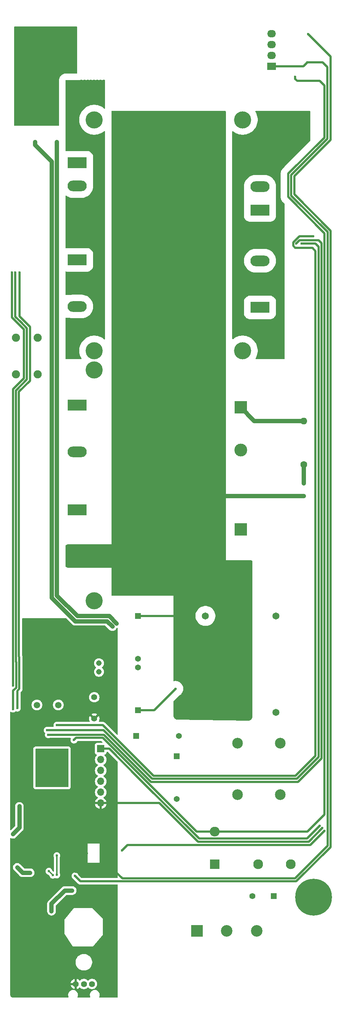
<source format=gbr>
%TF.GenerationSoftware,KiCad,Pcbnew,9.0.0*%
%TF.CreationDate,2025-03-25T20:50:40-04:00*%
%TF.ProjectId,RampedFetCoil,52616d70-6564-4466-9574-436f696c2e6b,rev?*%
%TF.SameCoordinates,Original*%
%TF.FileFunction,Copper,L2,Bot*%
%TF.FilePolarity,Positive*%
%FSLAX46Y46*%
G04 Gerber Fmt 4.6, Leading zero omitted, Abs format (unit mm)*
G04 Created by KiCad (PCBNEW 9.0.0) date 2025-03-25 20:50:40*
%MOMM*%
%LPD*%
G01*
G04 APERTURE LIST*
%TA.AperFunction,ComponentPad*%
%ADD10R,1.371600X1.371600*%
%TD*%
%TA.AperFunction,ComponentPad*%
%ADD11C,1.371600*%
%TD*%
%TA.AperFunction,ComponentPad*%
%ADD12R,1.422400X1.422400*%
%TD*%
%TA.AperFunction,ComponentPad*%
%ADD13C,1.422400*%
%TD*%
%TA.AperFunction,ComponentPad*%
%ADD14C,1.905000*%
%TD*%
%TA.AperFunction,ComponentPad*%
%ADD15C,4.000000*%
%TD*%
%TA.AperFunction,ComponentPad*%
%ADD16R,2.300000X2.300000*%
%TD*%
%TA.AperFunction,ComponentPad*%
%ADD17C,2.300000*%
%TD*%
%TA.AperFunction,ComponentPad*%
%ADD18C,1.000000*%
%TD*%
%TA.AperFunction,ComponentPad*%
%ADD19R,4.500000X2.500000*%
%TD*%
%TA.AperFunction,ComponentPad*%
%ADD20O,4.500000X2.500000*%
%TD*%
%TA.AperFunction,ComponentPad*%
%ADD21R,3.000000X3.000000*%
%TD*%
%TA.AperFunction,ComponentPad*%
%ADD22C,3.000000*%
%TD*%
%TA.AperFunction,ComponentPad*%
%ADD23C,1.650000*%
%TD*%
%TA.AperFunction,ComponentPad*%
%ADD24R,1.700000X1.700000*%
%TD*%
%TA.AperFunction,ComponentPad*%
%ADD25O,1.700000X1.700000*%
%TD*%
%TA.AperFunction,ComponentPad*%
%ADD26R,2.700000X2.700000*%
%TD*%
%TA.AperFunction,ComponentPad*%
%ADD27C,2.700000*%
%TD*%
%TA.AperFunction,ComponentPad*%
%ADD28C,1.400000*%
%TD*%
%TA.AperFunction,ComponentPad*%
%ADD29R,2.030000X1.730000*%
%TD*%
%TA.AperFunction,ComponentPad*%
%ADD30O,2.030000X1.730000*%
%TD*%
%TA.AperFunction,ComponentPad*%
%ADD31C,1.600000*%
%TD*%
%TA.AperFunction,ComponentPad*%
%ADD32O,1.600000X1.600000*%
%TD*%
%TA.AperFunction,ComponentPad*%
%ADD33C,1.308000*%
%TD*%
%TA.AperFunction,ComponentPad*%
%ADD34C,2.500000*%
%TD*%
%TA.AperFunction,ComponentPad*%
%ADD35C,1.500000*%
%TD*%
%TA.AperFunction,ComponentPad*%
%ADD36C,1.408000*%
%TD*%
%TA.AperFunction,ComponentPad*%
%ADD37C,0.900000*%
%TD*%
%TA.AperFunction,ComponentPad*%
%ADD38C,8.600000*%
%TD*%
%TA.AperFunction,ViaPad*%
%ADD39C,0.600000*%
%TD*%
%TA.AperFunction,Conductor*%
%ADD40C,0.500000*%
%TD*%
%TA.AperFunction,Conductor*%
%ADD41C,1.000000*%
%TD*%
%TA.AperFunction,Conductor*%
%ADD42C,0.300000*%
%TD*%
G04 APERTURE END LIST*
D10*
%TO.P,C30,1*%
%TO.N,VBUS*%
X118750000Y-183750000D03*
D11*
%TO.P,C30,2*%
%TO.N,Earth_Protective*%
X118750000Y-173750000D03*
%TD*%
D12*
%TO.P,TH1,1*%
%TO.N,ACI1*%
X150500000Y-227250000D03*
D13*
%TO.P,TH1,2*%
%TO.N,ACI2*%
X145500000Y-227250000D03*
%TD*%
D14*
%TO.P,J4,1,Pin_1*%
%TO.N,SW2*%
X150460000Y-47750000D03*
X155540000Y-47750000D03*
%TD*%
D15*
%TO.P,HS2,1*%
%TO.N,unconnected-(HS2-Pad1)_1*%
X108500000Y-158186000D03*
%TO.N,unconnected-(HS2-Pad1)*%
X108500000Y-104250000D03*
%TD*%
D16*
%TO.P,K1,1*%
%TO.N,Net-(D6-A)*%
X136625000Y-219800000D03*
D17*
%TO.P,K1,2*%
%TO.N,ACI2*%
X146785000Y-219800000D03*
%TO.P,K1,3*%
%TO.N,ACI1*%
X154405000Y-219800000D03*
%TO.P,K1,5*%
%TO.N,+12V*%
X136625000Y-212180000D03*
%TD*%
D18*
%TO.P,NE1,1*%
%TO.N,Net-(NE1-Pad1)*%
X157500000Y-130750000D03*
%TO.P,NE1,2*%
%TO.N,GND*%
X157500000Y-133750000D03*
%TD*%
D19*
%TO.P,Q9,1,G*%
%TO.N,G_U2*%
X147250000Y-66900000D03*
D20*
%TO.P,Q9,2,D*%
%TO.N,VBUS*%
X147250000Y-61450000D03*
%TO.P,Q9,3,S*%
%TO.N,SW2*%
X147250000Y-56000000D03*
%TD*%
D14*
%TO.P,J7,1,Pin_1*%
%TO.N,GND*%
X90210000Y-96750000D03*
X95290000Y-96750000D03*
%TD*%
D21*
%TO.P,C17,1*%
%TO.N,VBUS*%
X142750000Y-113000000D03*
D22*
%TO.P,C17,2*%
%TO.N,AC2*%
X142750000Y-123000000D03*
%TD*%
D10*
%TO.P,C28,1*%
%TO.N,AC2*%
X127750000Y-194500000D03*
D11*
%TO.P,C28,2*%
%TO.N,Earth_Protective*%
X127750000Y-204500000D03*
%TD*%
D10*
%TO.P,C27,1*%
%TO.N,Earth_Protective*%
X118250000Y-189750000D03*
D11*
%TO.P,C27,2*%
%TO.N,AC1*%
X128250000Y-189750000D03*
%TD*%
D23*
%TO.P,C22,1*%
%TO.N,AC1*%
X151000000Y-184250000D03*
%TO.P,C22,2*%
%TO.N,AC2*%
X151000000Y-161750000D03*
%TD*%
D14*
%TO.P,J5,1,Pin_1*%
%TO.N,Net-(J5-Pin_1)*%
X94710000Y-26500000D03*
X99790000Y-26500000D03*
%TD*%
D24*
%TO.P,J2,1,Pin_1*%
%TO.N,+3V3*%
X110000000Y-192783240D03*
D25*
%TO.P,J2,2,Pin_2*%
%TO.N,EXP4*%
X110000000Y-195323240D03*
%TO.P,J2,3,Pin_3*%
%TO.N,EXP3*%
X110000000Y-197863240D03*
%TO.P,J2,4,Pin_4*%
%TO.N,EXP2*%
X110000000Y-200403240D03*
%TO.P,J2,5,Pin_5*%
%TO.N,EXP1*%
X110000000Y-202943240D03*
%TO.P,J2,6,Pin_6*%
%TO.N,GND*%
X110000000Y-205483240D03*
%TD*%
D26*
%TO.P,J3,1,L*%
%TO.N,Net-(J3-L)*%
X132500000Y-235312500D03*
D27*
%TO.P,J3,2,E*%
%TO.N,Earth_Protective*%
X139500000Y-235312500D03*
%TO.P,J3,3,N*%
%TO.N,ACI1*%
X146500000Y-235312500D03*
%TD*%
D28*
%TO.P,U9,1,GND*%
%TO.N,GND*%
X104167500Y-247750000D03*
%TO.P,U9,2,OUT*%
%TO.N,Net-(Q6-G)*%
X106072500Y-247750000D03*
%TO.P,U9,3,VCC*%
%TO.N,+12V*%
X107977500Y-247750000D03*
%TD*%
D29*
%TO.P,M1,1,-*%
%TO.N,GND*%
X149950000Y-33300000D03*
D30*
%TO.P,M1,2,+*%
%TO.N,+12V*%
X149950000Y-30760000D03*
%TO.P,M1,3,Tacho*%
%TO.N,unconnected-(M1-Tacho-Pad3)*%
X149950000Y-28220000D03*
%TO.P,M1,4,PWM*%
%TO.N,Net-(M1-PWM)*%
X149950000Y-25680000D03*
%TD*%
D23*
%TO.P,C25,1*%
%TO.N,VBUS*%
X134500000Y-161750000D03*
%TO.P,C25,2*%
%TO.N,GND*%
X134500000Y-184250000D03*
%TD*%
D31*
%TO.P,R21,1*%
%TO.N,Net-(NE1-Pad1)*%
X157500000Y-126330000D03*
D32*
%TO.P,R21,2*%
%TO.N,VBUS*%
X157500000Y-116170000D03*
%TD*%
D33*
%TO.P,C12,1*%
%TO.N,Net-(D8-K)*%
X109595000Y-172800000D03*
%TO.P,C12,2*%
%TO.N,Net-(D7-K)*%
X109595000Y-174800000D03*
%TD*%
D10*
%TO.P,C29,1*%
%TO.N,GND*%
X118750000Y-161750000D03*
D11*
%TO.P,C29,2*%
%TO.N,Earth_Protective*%
X118750000Y-171750000D03*
%TD*%
D19*
%TO.P,Q7,1,G*%
%TO.N,G_U1*%
X104500000Y-55850000D03*
D20*
%TO.P,Q7,2,D*%
%TO.N,VBUS*%
X104500000Y-61300000D03*
%TO.P,Q7,3,S*%
%TO.N,SW1*%
X104500000Y-66750000D03*
%TD*%
D19*
%TO.P,Q8,1,G*%
%TO.N,G_L1*%
X104500000Y-78550000D03*
D20*
%TO.P,Q8,2,D*%
%TO.N,SW1*%
X104500000Y-84000000D03*
%TO.P,Q8,3,S*%
%TO.N,GND*%
X104500000Y-89450000D03*
%TD*%
D15*
%TO.P,HS1,1*%
%TO.N,unconnected-(HS1-Pad1)*%
X108500000Y-45814000D03*
%TO.N,unconnected-(HS1-Pad1)_2*%
X108500000Y-99750000D03*
%TO.N,unconnected-(HS1-Pad1)_3*%
X143200000Y-45814000D03*
%TO.N,unconnected-(HS1-Pad1)_1*%
X143200000Y-99750000D03*
%TD*%
D34*
%TO.P,FL1,1,1*%
%TO.N,Net-(J3-L)*%
X142000000Y-203500000D03*
%TO.P,FL1,2,2*%
%TO.N,AC1*%
X142000000Y-191500000D03*
%TO.P,FL1,3,3*%
%TO.N,ACI2*%
X152000000Y-203500000D03*
%TO.P,FL1,4,4*%
%TO.N,AC2*%
X152000000Y-191500000D03*
%TD*%
D14*
%TO.P,J6,1,Pin_1*%
%TO.N,VBUS*%
X90210000Y-105250000D03*
X95290000Y-105250000D03*
%TD*%
D35*
%TO.P,L1,1,1*%
%TO.N,Net-(D7-K)*%
X95095000Y-182550000D03*
%TO.P,L1,2,2*%
%TO.N,+15V*%
X100095000Y-182550000D03*
%TD*%
D19*
%TO.P,D9,1,K*%
%TO.N,VBUS*%
X104500000Y-112486000D03*
D20*
%TO.P,D9,2,A*%
%TO.N,AC1*%
X104500000Y-123386000D03*
%TD*%
D19*
%TO.P,Q10,1,G*%
%TO.N,G_L2*%
X147250000Y-89650000D03*
D20*
%TO.P,Q10,2,D*%
%TO.N,SW2*%
X147250000Y-84200000D03*
%TO.P,Q10,3,S*%
%TO.N,GND*%
X147250000Y-78750000D03*
%TD*%
D36*
%TO.P,C13,1*%
%TO.N,+15V*%
X108500000Y-180750000D03*
%TO.P,C13,2*%
%TO.N,GND*%
X108500000Y-185750000D03*
%TD*%
D19*
%TO.P,D10,1,K*%
%TO.N,AC1*%
X104500000Y-136986000D03*
D20*
%TO.P,D10,2,A*%
%TO.N,GND*%
X104500000Y-147886000D03*
%TD*%
D37*
%TO.P,H4,1,1*%
%TO.N,Earth_Protective*%
X156525000Y-227500000D03*
X157469581Y-225219581D03*
X157469581Y-229780419D03*
X159750000Y-224275000D03*
D38*
X159750000Y-227500000D03*
D37*
X159750000Y-230725000D03*
X162030419Y-225219581D03*
X162030419Y-229780419D03*
X162975000Y-227500000D03*
%TD*%
D21*
%TO.P,C16,1*%
%TO.N,AC2*%
X142750000Y-141500000D03*
D22*
%TO.P,C16,2*%
%TO.N,GND*%
X142750000Y-151500000D03*
%TD*%
D39*
%TO.N,GND*%
X114500000Y-90250000D03*
X114500000Y-91000000D03*
X116000000Y-88750000D03*
X113000000Y-88000000D03*
X138750000Y-77250000D03*
X136500000Y-81000000D03*
X137250000Y-80250000D03*
X97460000Y-207300000D03*
X114500000Y-88750000D03*
X113000000Y-91750000D03*
X138000000Y-80250000D03*
X106794620Y-217251380D03*
X158350000Y-32400000D03*
X137250000Y-78000000D03*
X137250000Y-77250000D03*
X138750000Y-79500000D03*
X138000000Y-76500000D03*
X138000000Y-77250000D03*
X115250000Y-91000000D03*
X113750000Y-88750000D03*
X113750000Y-90250000D03*
X103500000Y-195750000D03*
X138750000Y-80250000D03*
X114500000Y-87250000D03*
X98800000Y-236500000D03*
X115250000Y-88000000D03*
X97710000Y-210416760D03*
X114500000Y-88000000D03*
X116000000Y-90250000D03*
X108500000Y-164500000D03*
X91500000Y-198500000D03*
X113000000Y-88750000D03*
X137250000Y-79500000D03*
X104250000Y-221500000D03*
X135750000Y-79500000D03*
X116000000Y-91000000D03*
X135750000Y-80250000D03*
X110500000Y-164500000D03*
X114500000Y-89500000D03*
X135750000Y-76500000D03*
X115250000Y-89500000D03*
X138000000Y-81000000D03*
X115250000Y-91750000D03*
X113750000Y-91750000D03*
X113750000Y-89500000D03*
X115250000Y-90250000D03*
X96500000Y-249750000D03*
X97500000Y-202983240D03*
X136500000Y-76500000D03*
X92250000Y-170250000D03*
X99710000Y-210166760D03*
X93000000Y-206500000D03*
X113750000Y-87250000D03*
X107750000Y-191750000D03*
X138000000Y-78750000D03*
X113000000Y-87250000D03*
X113000000Y-90250000D03*
X115250000Y-88750000D03*
X116000000Y-88000000D03*
X113000000Y-91000000D03*
X135750000Y-81000000D03*
X116000000Y-87250000D03*
X138750000Y-78750000D03*
X96500000Y-226250000D03*
X135750000Y-77250000D03*
X91500000Y-249750000D03*
X113000000Y-89500000D03*
X113750000Y-88000000D03*
X137250000Y-81000000D03*
X136500000Y-78750000D03*
X116000000Y-89500000D03*
X111000000Y-218250000D03*
X138750000Y-81000000D03*
X110500000Y-165250000D03*
X116000000Y-91750000D03*
X113750000Y-91000000D03*
X114500000Y-91750000D03*
X135750000Y-78750000D03*
X136500000Y-80250000D03*
X161815687Y-211315687D03*
X93460000Y-211166760D03*
X135750000Y-78000000D03*
X113500000Y-221500000D03*
X136500000Y-77250000D03*
X99750000Y-226000000D03*
X115250000Y-87250000D03*
X138000000Y-78000000D03*
X136500000Y-79500000D03*
X137250000Y-78750000D03*
X138000000Y-79500000D03*
X138750000Y-76500000D03*
X136500000Y-78000000D03*
X137250000Y-76500000D03*
X138750000Y-78000000D03*
%TO.N,+3V3*%
X103334620Y-225915380D03*
X89500000Y-212750000D03*
X91000000Y-210151000D03*
X90500000Y-220500000D03*
X91750000Y-221750000D03*
X98500000Y-230750000D03*
X93500000Y-221750000D03*
X91000000Y-206250000D03*
X161250000Y-210750000D03*
%TO.N,+12V*%
X96750000Y-198500000D03*
X96000000Y-196250000D03*
X103750000Y-190750000D03*
X97500000Y-198500000D03*
X96000000Y-198500000D03*
X99750000Y-197000000D03*
X99000000Y-198500000D03*
X99000000Y-197750000D03*
X98250000Y-196250000D03*
X99750000Y-196250000D03*
X96000000Y-197750000D03*
X96750000Y-197000000D03*
X98250000Y-197750000D03*
X98250000Y-199250000D03*
X97500000Y-196250000D03*
X99000000Y-196250000D03*
X98250000Y-200383240D03*
X101250000Y-196250000D03*
X97500000Y-199250000D03*
X155457595Y-35744418D03*
X97500000Y-200383240D03*
X97500000Y-197000000D03*
X99000000Y-199250000D03*
X96750000Y-196250000D03*
X99750000Y-198500000D03*
X96750000Y-197750000D03*
X99750000Y-197750000D03*
X101250000Y-198500000D03*
X101250000Y-197000000D03*
X98250000Y-197000000D03*
X99000000Y-200383240D03*
X99000000Y-197000000D03*
X97500000Y-197750000D03*
X96000000Y-197000000D03*
X101250000Y-195500000D03*
X98250000Y-198500000D03*
X101250000Y-197750000D03*
%TO.N,VBUS*%
X127500000Y-178750000D03*
%TO.N,SW1*%
X107000000Y-42000000D03*
X108500000Y-38250000D03*
X105500000Y-36750000D03*
X108500000Y-37500000D03*
X106250000Y-42000000D03*
X105500000Y-38250000D03*
X107750000Y-39750000D03*
X105500000Y-41250000D03*
X110000000Y-39000000D03*
X106250000Y-39750000D03*
X108500000Y-41250000D03*
X107750000Y-38250000D03*
X106250000Y-36750000D03*
X105500000Y-37500000D03*
X109250000Y-39750000D03*
X110000000Y-37500000D03*
X110750000Y-39000000D03*
X108500000Y-36750000D03*
X109250000Y-39000000D03*
X107750000Y-41250000D03*
X107750000Y-37500000D03*
X107000000Y-38250000D03*
X107000000Y-39000000D03*
X110000000Y-41250000D03*
X109250000Y-40500000D03*
X105500000Y-40500000D03*
X110750000Y-41250000D03*
X108500000Y-42000000D03*
X105500000Y-39750000D03*
X107000000Y-36750000D03*
X106250000Y-37500000D03*
X109250000Y-37500000D03*
X105500000Y-42000000D03*
X110000000Y-38250000D03*
X110000000Y-39750000D03*
X108500000Y-40500000D03*
X110750000Y-37500000D03*
X110750000Y-39750000D03*
X106250000Y-39000000D03*
X105500000Y-39000000D03*
X107750000Y-42000000D03*
X106250000Y-41250000D03*
X107000000Y-39750000D03*
X106250000Y-40500000D03*
X107750000Y-36750000D03*
X108500000Y-39000000D03*
X108500000Y-39750000D03*
X107000000Y-40500000D03*
X109250000Y-42000000D03*
X107750000Y-40500000D03*
X110000000Y-42000000D03*
X107750000Y-39000000D03*
X106250000Y-38250000D03*
X109250000Y-36750000D03*
X110750000Y-36750000D03*
X110750000Y-42000000D03*
X109250000Y-38250000D03*
X109250000Y-41250000D03*
X110000000Y-36750000D03*
X107000000Y-41250000D03*
X110000000Y-40500000D03*
X110750000Y-40500000D03*
X110750000Y-38250000D03*
X107000000Y-37500000D03*
%TO.N,NRST*%
X99750000Y-217750000D03*
X99750000Y-222250000D03*
%TO.N,GD_B*%
X155750000Y-74750000D03*
X97750000Y-189500000D03*
%TO.N,TDI*%
X97894380Y-221394380D03*
X98813620Y-222313620D03*
%TO.N,GD_A*%
X90051003Y-81500000D03*
X89500000Y-183500000D03*
%TO.N,GD_DIS*%
X97500000Y-188449997D03*
X157000000Y-74750000D03*
X90500000Y-183300003D03*
X91000000Y-81500000D03*
%TO.N,+15V*%
X159655000Y-73000000D03*
X89501000Y-177978498D03*
X89251000Y-81500000D03*
X99750000Y-187250000D03*
%TO.N,CTI+*%
X94670000Y-51000000D03*
X94670000Y-51670000D03*
X112750000Y-164250000D03*
%TO.N,CTI-*%
X99750000Y-51750000D03*
X99750000Y-51000000D03*
X113750000Y-163551530D03*
%TO.N,FAN*%
X104000000Y-222500000D03*
X158500000Y-25750000D03*
%TO.N,Net-(J5-Pin_1)*%
X97250000Y-34000000D03*
X92000000Y-44250000D03*
X98750000Y-43250000D03*
X93500000Y-34000000D03*
X92750000Y-46500000D03*
X94250000Y-44250000D03*
X94250000Y-38000000D03*
X98000000Y-45750000D03*
X99500000Y-39500000D03*
X92000000Y-46500000D03*
X91250000Y-44250000D03*
X96500000Y-34750000D03*
X98750000Y-35500000D03*
X97250000Y-42500000D03*
X99500000Y-45750000D03*
X96500000Y-41750000D03*
X91250000Y-35500000D03*
X90500000Y-34000000D03*
X95000000Y-38750000D03*
X95750000Y-42500000D03*
X95000000Y-34000000D03*
X99500000Y-34000000D03*
X94250000Y-45000000D03*
X98750000Y-41000000D03*
X98000000Y-37250000D03*
X91250000Y-34000000D03*
X99500000Y-44250000D03*
X95750000Y-44250000D03*
X92000000Y-34750000D03*
X98000000Y-46500000D03*
X99500000Y-37250000D03*
X96500000Y-38000000D03*
X92750000Y-34000000D03*
X98000000Y-35500000D03*
X95750000Y-38000000D03*
X98750000Y-46500000D03*
X96500000Y-42500000D03*
X99500000Y-41000000D03*
X95750000Y-34000000D03*
X90500000Y-46500000D03*
X98750000Y-37250000D03*
X97250000Y-38750000D03*
X94250000Y-41750000D03*
X99500000Y-38750000D03*
X91250000Y-45000000D03*
X92000000Y-34000000D03*
X95000000Y-35500000D03*
X95000000Y-43250000D03*
X94250000Y-45750000D03*
X96500000Y-46500000D03*
X95750000Y-37250000D03*
X98000000Y-42500000D03*
X94250000Y-46500000D03*
X94250000Y-39500000D03*
X90500000Y-44250000D03*
X98750000Y-45000000D03*
X96500000Y-40250000D03*
X96500000Y-38750000D03*
X98000000Y-38000000D03*
X92750000Y-45750000D03*
X97250000Y-45000000D03*
X95000000Y-45750000D03*
X98000000Y-43250000D03*
X98000000Y-39500000D03*
X98750000Y-34750000D03*
X98000000Y-40250000D03*
X97250000Y-41750000D03*
X96500000Y-39500000D03*
X99500000Y-41750000D03*
X90500000Y-35500000D03*
X97250000Y-44250000D03*
X98750000Y-44250000D03*
X95000000Y-37250000D03*
X92000000Y-45000000D03*
X92750000Y-34750000D03*
X95000000Y-45000000D03*
X99500000Y-40250000D03*
X95750000Y-43250000D03*
X97250000Y-46500000D03*
X92750000Y-44250000D03*
X99500000Y-36250000D03*
X99500000Y-43250000D03*
X95750000Y-34750000D03*
X96500000Y-35500000D03*
X92750000Y-36250000D03*
X98000000Y-44250000D03*
X99500000Y-34750000D03*
X99500000Y-42500000D03*
X95750000Y-45000000D03*
X92750000Y-45000000D03*
X98750000Y-36250000D03*
X96500000Y-43250000D03*
X92000000Y-36250000D03*
X98000000Y-41000000D03*
X92750000Y-35500000D03*
X98000000Y-38750000D03*
X94250000Y-34000000D03*
X99500000Y-46500000D03*
X94250000Y-36250000D03*
X98750000Y-40250000D03*
X92000000Y-45750000D03*
X98000000Y-36250000D03*
X94250000Y-38750000D03*
X98750000Y-34000000D03*
X97250000Y-34750000D03*
X97250000Y-41000000D03*
X98750000Y-38000000D03*
X91250000Y-46500000D03*
X97250000Y-38000000D03*
X92000000Y-35500000D03*
X97250000Y-35500000D03*
X97250000Y-43250000D03*
X98750000Y-41750000D03*
X95750000Y-41000000D03*
X93500000Y-36250000D03*
X98000000Y-34000000D03*
X95000000Y-40250000D03*
X98000000Y-41750000D03*
X93500000Y-45750000D03*
X95000000Y-41750000D03*
X95750000Y-46500000D03*
X91250000Y-45750000D03*
X96500000Y-45750000D03*
X98750000Y-39500000D03*
X99500000Y-35500000D03*
X97250000Y-45750000D03*
X94250000Y-34750000D03*
X93500000Y-46500000D03*
X90500000Y-34750000D03*
X95000000Y-41000000D03*
X99500000Y-45000000D03*
X95750000Y-40250000D03*
X93500000Y-34750000D03*
X94250000Y-43250000D03*
X91250000Y-34750000D03*
X94250000Y-37250000D03*
X95750000Y-41750000D03*
X94250000Y-41000000D03*
X94250000Y-42500000D03*
X95000000Y-42500000D03*
X95750000Y-38750000D03*
X95000000Y-36250000D03*
X95000000Y-38000000D03*
X98750000Y-38750000D03*
X97250000Y-40250000D03*
X97250000Y-39500000D03*
X96500000Y-34000000D03*
X97250000Y-36250000D03*
X95000000Y-34750000D03*
X96500000Y-37250000D03*
X91250000Y-36250000D03*
X96500000Y-41000000D03*
X94250000Y-40250000D03*
X98000000Y-34750000D03*
X93500000Y-45000000D03*
X96500000Y-36250000D03*
X90500000Y-45750000D03*
X94250000Y-35500000D03*
X95750000Y-35500000D03*
X95000000Y-46500000D03*
X95000000Y-39500000D03*
X96500000Y-44250000D03*
X90500000Y-45000000D03*
X95750000Y-45750000D03*
X98000000Y-45000000D03*
X95000000Y-44250000D03*
X97250000Y-37250000D03*
X98750000Y-42500000D03*
X90500000Y-36250000D03*
X93500000Y-35500000D03*
X93500000Y-44250000D03*
X95750000Y-39500000D03*
X95750000Y-36250000D03*
X96500000Y-45000000D03*
X98750000Y-45750000D03*
X99500000Y-38000000D03*
%TO.N,Net-(U6-V_{OUT})*%
X115000000Y-216500000D03*
X162298000Y-211953945D03*
%TD*%
D40*
%TO.N,GND*%
X157450000Y-33300000D02*
X149950000Y-33300000D01*
X163004318Y-50254318D02*
X154959636Y-58299000D01*
X115049000Y-223049000D02*
X113500000Y-221500000D01*
X163048000Y-215460636D02*
X155459636Y-223049000D01*
X163000000Y-50250000D02*
X163004318Y-50254318D01*
X161900000Y-32400000D02*
X163000000Y-33500000D01*
X154549000Y-63540364D02*
X154959636Y-63951000D01*
X154549000Y-59290364D02*
X154549000Y-62959636D01*
X161815687Y-211315687D02*
X158649374Y-214482000D01*
X154959636Y-58299000D02*
X154549000Y-58709636D01*
X154549000Y-62959636D02*
X154549000Y-63540364D01*
X163048000Y-72039364D02*
X163048000Y-215460636D01*
X154959636Y-63951000D02*
X163048000Y-72039364D01*
X132749272Y-214482000D02*
X123750512Y-205483240D01*
X158350000Y-32400000D02*
X161900000Y-32400000D01*
D41*
X157500000Y-133750000D02*
X138250000Y-133750000D01*
D40*
X154549000Y-58709636D02*
X154549000Y-59290364D01*
X158649374Y-214482000D02*
X132749272Y-214482000D01*
X118750000Y-161750000D02*
X127500000Y-161750000D01*
X123750512Y-205483240D02*
X110000000Y-205483240D01*
X158350000Y-32400000D02*
X157450000Y-33300000D01*
X163000000Y-33500000D02*
X163000000Y-50250000D01*
X155459636Y-223049000D02*
X115049000Y-223049000D01*
D41*
%TO.N,+3V3*%
X103334620Y-225915380D02*
X101584620Y-225915380D01*
D40*
X158219000Y-213781000D02*
X161250000Y-210750000D01*
D41*
X91000000Y-210151000D02*
X91000000Y-206250000D01*
X91000000Y-211250000D02*
X89500000Y-212750000D01*
D40*
X133039636Y-213781000D02*
X158219000Y-213781000D01*
X110000000Y-192783240D02*
X112041876Y-192783240D01*
X119004318Y-199745682D02*
X133039636Y-213781000D01*
D41*
X90500000Y-220500000D02*
X91750000Y-221750000D01*
D40*
X112041876Y-192783240D02*
X119004318Y-199745682D01*
D41*
X101584620Y-225915380D02*
X98500000Y-229000000D01*
X91750000Y-221750000D02*
X93500000Y-221750000D01*
X98500000Y-229000000D02*
X98500000Y-230750000D01*
X91000000Y-210151000D02*
X91000000Y-211250000D01*
D40*
%TO.N,+12V*%
X156000000Y-36750000D02*
X159250000Y-36750000D01*
X106750000Y-190250000D02*
X106751000Y-190249000D01*
X158320000Y-212180000D02*
X136625000Y-212180000D01*
X106751000Y-190249000D02*
X110499000Y-190249000D01*
X155457595Y-35744418D02*
X155457595Y-36207595D01*
X155500000Y-36250000D02*
X156000000Y-36750000D01*
X153848000Y-58419272D02*
X153848000Y-63830728D01*
X162299000Y-49968272D02*
X153848000Y-58419272D01*
X162347000Y-72329728D02*
X162347000Y-208153000D01*
X159250000Y-36750000D02*
X161250000Y-36750000D01*
X162299000Y-37799000D02*
X162299000Y-38000000D01*
X162347000Y-208153000D02*
X158320000Y-212180000D01*
X162299000Y-38000000D02*
X162299000Y-40250000D01*
X132430000Y-212180000D02*
X136625000Y-212180000D01*
X153848000Y-63830728D02*
X162347000Y-72329728D01*
X104250000Y-190250000D02*
X106750000Y-190250000D01*
X110499000Y-190249000D02*
X132430000Y-212180000D01*
X162299000Y-40250000D02*
X162299000Y-49968272D01*
X161250000Y-36750000D02*
X162299000Y-37799000D01*
X155457595Y-36207595D02*
X155500000Y-36250000D01*
X103750000Y-190750000D02*
X104250000Y-190250000D01*
D41*
%TO.N,VBUS*%
X145920000Y-116170000D02*
X142750000Y-113000000D01*
X157500000Y-116170000D02*
X145920000Y-116170000D01*
D40*
X122500000Y-183750000D02*
X127500000Y-178750000D01*
X118750000Y-183750000D02*
X122500000Y-183750000D01*
D42*
%TO.N,NRST*%
X99750000Y-222250000D02*
X99750000Y-217750000D01*
D40*
%TO.N,GD_B*%
X156146000Y-200500000D02*
X161646000Y-195000000D01*
X161646000Y-74646000D02*
X160999000Y-73999000D01*
X121750000Y-200500000D02*
X156146000Y-200500000D01*
X160999000Y-73999000D02*
X156501000Y-73999000D01*
X161646000Y-195000000D02*
X161646000Y-74646000D01*
X110750000Y-189500000D02*
X121750000Y-200500000D01*
X156501000Y-73999000D02*
X155750000Y-74750000D01*
X97750000Y-189500000D02*
X110750000Y-189500000D01*
D42*
%TO.N,TDI*%
X98813620Y-222313620D02*
X97894380Y-221394380D01*
D40*
%TO.N,GD_A*%
X90245682Y-108995682D02*
X90201000Y-109040364D01*
X90251000Y-178499000D02*
X89625000Y-179125000D01*
X92750000Y-94508636D02*
X92750000Y-101000000D01*
X92750000Y-101000000D02*
X92750000Y-106491364D01*
X90201000Y-113250000D02*
X90201000Y-172500000D01*
X90201000Y-172500000D02*
X90251000Y-172550000D01*
X90051003Y-91809639D02*
X91370682Y-93129318D01*
X90201000Y-109040364D02*
X90201000Y-113250000D01*
X90251000Y-172550000D02*
X90251000Y-178499000D01*
X89500000Y-182250000D02*
X89500000Y-183500000D01*
X89625000Y-179125000D02*
X89500000Y-179250000D01*
X90051003Y-81500000D02*
X90051003Y-91809639D01*
X91370682Y-93129318D02*
X92750000Y-94508636D01*
X92750000Y-106491364D02*
X90245682Y-108995682D01*
X89500000Y-179250000D02*
X89500000Y-182250000D01*
%TO.N,GD_DIS*%
X122040364Y-199799000D02*
X110691361Y-188449997D01*
X91000000Y-91767272D02*
X91000000Y-81500000D01*
X93451000Y-94218272D02*
X91000000Y-91767272D01*
X90952000Y-171300000D02*
X90902000Y-171250000D01*
X90902000Y-171250000D02*
X90902000Y-109330728D01*
X155855636Y-199799000D02*
X122040364Y-199799000D01*
X157000000Y-74750000D02*
X160195000Y-74750000D01*
X93451000Y-106781728D02*
X93451000Y-94218272D01*
X90500000Y-183300003D02*
X90500000Y-179250000D01*
X160945000Y-194709636D02*
X155855636Y-199799000D01*
X110691361Y-188449997D02*
X97500000Y-188449997D01*
X90500000Y-179250000D02*
X90952000Y-178798000D01*
X160945000Y-75500000D02*
X160945000Y-194709636D01*
X90902000Y-109330728D02*
X93451000Y-106781728D01*
X90952000Y-178798000D02*
X90952000Y-171300000D01*
X160195000Y-74750000D02*
X160945000Y-75500000D01*
%TO.N,+15V*%
X155000000Y-74437925D02*
X155000000Y-75250000D01*
X160244000Y-76494000D02*
X160244000Y-194419272D01*
X122348000Y-199098000D02*
X110500000Y-187250000D01*
X155500000Y-75750000D02*
X159500000Y-75750000D01*
X110500000Y-187250000D02*
X99750000Y-187250000D01*
X89251000Y-92001000D02*
X89251000Y-81500000D01*
X156437925Y-73000000D02*
X155000000Y-74437925D01*
X89500000Y-177977498D02*
X89500000Y-108750000D01*
X155000000Y-75250000D02*
X155500000Y-75750000D01*
X92049000Y-106201000D02*
X92049000Y-94799000D01*
X92049000Y-94799000D02*
X89251000Y-92001000D01*
X160244000Y-194419272D02*
X155565272Y-199098000D01*
X89500000Y-108750000D02*
X92049000Y-106201000D01*
X159655000Y-73000000D02*
X156437925Y-73000000D01*
X155565272Y-199098000D02*
X122348000Y-199098000D01*
X89501000Y-177978498D02*
X89500000Y-177977498D01*
X159500000Y-75750000D02*
X160244000Y-76494000D01*
D41*
%TO.N,CTI+*%
X98549000Y-157497470D02*
X104051530Y-163000000D01*
X98549000Y-55549000D02*
X98549000Y-157497470D01*
X94670000Y-51000000D02*
X94670000Y-51670000D01*
X104051530Y-163000000D02*
X111500001Y-163000001D01*
X111500001Y-163000001D02*
X112750000Y-164250000D01*
X94670000Y-51670000D02*
X98549000Y-55549000D01*
%TO.N,CTI-*%
X111997471Y-161799001D02*
X113750000Y-163551530D01*
X99750000Y-51750000D02*
X99750000Y-51000000D01*
X104549000Y-161799000D02*
X111997471Y-161799001D01*
X99750000Y-157000000D02*
X104549000Y-161799000D01*
X99750000Y-51750000D02*
X99750000Y-157000000D01*
D40*
%TO.N,FAN*%
X104000000Y-222500000D02*
X105250000Y-223750000D01*
X155250000Y-63250000D02*
X155250000Y-59000000D01*
X105250000Y-223750000D02*
X155750000Y-223750000D01*
X163749000Y-50501000D02*
X163749000Y-30999000D01*
X163749000Y-215751000D02*
X163749000Y-71749000D01*
X155750000Y-223750000D02*
X163749000Y-215751000D01*
X163749000Y-30999000D02*
X158500000Y-25750000D01*
X155250000Y-59000000D02*
X163749000Y-50501000D01*
X163749000Y-71749000D02*
X155250000Y-63250000D01*
%TO.N,Net-(U6-V_{OUT})*%
X116250000Y-215250000D02*
X159001945Y-215250000D01*
X115000000Y-216500000D02*
X116250000Y-215250000D01*
X159001945Y-215250000D02*
X162298000Y-211953945D01*
D41*
%TO.N,Net-(NE1-Pad1)*%
X157500000Y-130750000D02*
X157500000Y-126330000D01*
%TD*%
%TA.AperFunction,Conductor*%
%TO.N,SW1*%
G36*
X110943039Y-36519685D02*
G01*
X110988794Y-36572489D01*
X111000000Y-36624000D01*
X111000000Y-43075121D01*
X110980315Y-43142160D01*
X110927511Y-43187915D01*
X110858353Y-43197859D01*
X110797335Y-43170974D01*
X110587765Y-42998985D01*
X110587764Y-42998984D01*
X110587760Y-42998981D01*
X110301787Y-42807900D01*
X110301782Y-42807897D01*
X110301775Y-42807893D01*
X109998469Y-42645772D01*
X109998464Y-42645770D01*
X109680706Y-42514150D01*
X109351572Y-42414308D01*
X109014248Y-42347210D01*
X109014249Y-42347210D01*
X108756456Y-42321821D01*
X108671969Y-42313500D01*
X108328031Y-42313500D01*
X108249966Y-42321188D01*
X107985750Y-42347210D01*
X107648427Y-42414308D01*
X107319293Y-42514150D01*
X107001535Y-42645770D01*
X107001530Y-42645772D01*
X106698224Y-42807893D01*
X106698206Y-42807904D01*
X106412248Y-42998975D01*
X106412234Y-42998985D01*
X106146367Y-43217176D01*
X105903176Y-43460367D01*
X105684985Y-43726234D01*
X105684975Y-43726248D01*
X105493904Y-44012206D01*
X105493893Y-44012224D01*
X105331772Y-44315530D01*
X105331770Y-44315535D01*
X105200150Y-44633293D01*
X105100308Y-44962427D01*
X105033210Y-45299750D01*
X104999500Y-45642034D01*
X104999500Y-45985965D01*
X105033210Y-46328249D01*
X105100308Y-46665572D01*
X105200150Y-46994706D01*
X105331770Y-47312464D01*
X105331772Y-47312469D01*
X105493893Y-47615775D01*
X105493904Y-47615793D01*
X105684975Y-47901751D01*
X105684985Y-47901765D01*
X105903176Y-48167632D01*
X106146367Y-48410823D01*
X106146372Y-48410827D01*
X106146373Y-48410828D01*
X106412240Y-48629019D01*
X106698213Y-48820100D01*
X106698222Y-48820105D01*
X106698224Y-48820106D01*
X107001530Y-48982227D01*
X107001532Y-48982227D01*
X107001538Y-48982231D01*
X107319295Y-49113850D01*
X107648422Y-49213690D01*
X107985750Y-49280789D01*
X108328031Y-49314500D01*
X108328034Y-49314500D01*
X108671966Y-49314500D01*
X108671969Y-49314500D01*
X109014250Y-49280789D01*
X109351578Y-49213690D01*
X109680705Y-49113850D01*
X109998462Y-48982231D01*
X110301787Y-48820100D01*
X110587760Y-48629019D01*
X110791835Y-48461538D01*
X110856145Y-48434226D01*
X110925013Y-48446017D01*
X110976573Y-48493169D01*
X110994500Y-48557392D01*
X110994500Y-97006607D01*
X110974815Y-97073646D01*
X110922011Y-97119401D01*
X110852853Y-97129345D01*
X110791836Y-97102461D01*
X110587763Y-96934983D01*
X110587751Y-96934975D01*
X110301793Y-96743904D01*
X110301792Y-96743903D01*
X110301787Y-96743900D01*
X110301782Y-96743897D01*
X110301775Y-96743893D01*
X109998469Y-96581772D01*
X109998464Y-96581770D01*
X109680706Y-96450150D01*
X109351572Y-96350308D01*
X109014248Y-96283210D01*
X109014249Y-96283210D01*
X108756456Y-96257821D01*
X108671969Y-96249500D01*
X108328031Y-96249500D01*
X108249966Y-96257188D01*
X107985750Y-96283210D01*
X107648427Y-96350308D01*
X107319293Y-96450150D01*
X107001535Y-96581770D01*
X107001530Y-96581772D01*
X106698224Y-96743893D01*
X106698206Y-96743904D01*
X106412248Y-96934975D01*
X106412234Y-96934985D01*
X106146367Y-97153176D01*
X105903176Y-97396367D01*
X105684985Y-97662234D01*
X105684975Y-97662248D01*
X105493904Y-97948206D01*
X105493893Y-97948224D01*
X105331772Y-98251530D01*
X105331770Y-98251535D01*
X105200150Y-98569293D01*
X105100308Y-98898427D01*
X105033210Y-99235750D01*
X104999500Y-99578034D01*
X104999500Y-99921965D01*
X105033210Y-100264249D01*
X105100308Y-100601572D01*
X105200150Y-100930706D01*
X105331770Y-101248464D01*
X105331772Y-101248469D01*
X105493893Y-101551775D01*
X105493907Y-101551799D01*
X105497457Y-101557111D01*
X105518334Y-101623789D01*
X105499848Y-101691169D01*
X105447868Y-101737858D01*
X105394354Y-101750000D01*
X101874500Y-101750000D01*
X101807461Y-101730315D01*
X101761706Y-101677511D01*
X101750500Y-101626000D01*
X101750500Y-92166308D01*
X101770185Y-92099269D01*
X101822989Y-92053514D01*
X101874500Y-92042308D01*
X102559513Y-92042308D01*
X102600467Y-92049265D01*
X102737364Y-92097168D01*
X103038548Y-92165911D01*
X103038554Y-92165911D01*
X103038562Y-92165913D01*
X103243206Y-92188970D01*
X103345529Y-92200499D01*
X103345532Y-92200500D01*
X103345535Y-92200500D01*
X105654468Y-92200500D01*
X105654469Y-92200499D01*
X105811356Y-92182822D01*
X105961437Y-92165913D01*
X105961442Y-92165912D01*
X105961452Y-92165911D01*
X106262636Y-92097168D01*
X106554229Y-91995135D01*
X106832565Y-91861095D01*
X107094143Y-91696735D01*
X107335674Y-91504120D01*
X107554120Y-91285674D01*
X107746735Y-91044143D01*
X107911095Y-90782565D01*
X108045135Y-90504229D01*
X108147168Y-90212636D01*
X108215911Y-89911452D01*
X108250500Y-89604465D01*
X108250500Y-89295535D01*
X108215911Y-88988548D01*
X108147168Y-88687364D01*
X108045135Y-88395771D01*
X107911095Y-88117435D01*
X107746735Y-87855857D01*
X107554120Y-87614326D01*
X107335674Y-87395880D01*
X107094143Y-87203265D01*
X106832565Y-87038905D01*
X106832562Y-87038903D01*
X106554236Y-86904868D01*
X106554222Y-86904862D01*
X106262647Y-86802835D01*
X106262635Y-86802831D01*
X105961455Y-86734089D01*
X105961437Y-86734086D01*
X105654471Y-86699500D01*
X105654465Y-86699500D01*
X103345535Y-86699500D01*
X103345528Y-86699500D01*
X103038562Y-86734086D01*
X103038544Y-86734089D01*
X102982458Y-86746891D01*
X102954866Y-86750000D01*
X101874500Y-86750000D01*
X101807461Y-86730315D01*
X101761706Y-86677511D01*
X101750500Y-86626000D01*
X101750500Y-81381092D01*
X101770185Y-81314053D01*
X101822989Y-81268298D01*
X101892147Y-81258354D01*
X101899903Y-81259723D01*
X102063763Y-81294081D01*
X102167158Y-81300500D01*
X102167169Y-81300500D01*
X106832831Y-81300500D01*
X106832842Y-81300500D01*
X106936237Y-81294081D01*
X107179614Y-81243050D01*
X107179621Y-81243046D01*
X107179625Y-81243046D01*
X107258980Y-81212080D01*
X107411273Y-81152656D01*
X107624894Y-81025366D01*
X107624898Y-81025361D01*
X107624902Y-81025360D01*
X107814649Y-80864651D01*
X107814651Y-80864649D01*
X107975360Y-80674902D01*
X107975361Y-80674898D01*
X107975366Y-80674894D01*
X108102656Y-80461273D01*
X108193050Y-80229614D01*
X108244081Y-79986237D01*
X108250500Y-79882842D01*
X108250500Y-77217158D01*
X108244081Y-77113763D01*
X108193050Y-76870386D01*
X108193048Y-76870381D01*
X108193046Y-76870374D01*
X108102657Y-76638730D01*
X108102656Y-76638727D01*
X107975366Y-76425106D01*
X107975363Y-76425103D01*
X107975360Y-76425097D01*
X107814651Y-76235350D01*
X107814649Y-76235348D01*
X107624902Y-76074639D01*
X107624894Y-76074634D01*
X107411273Y-75947344D01*
X107411271Y-75947343D01*
X107411269Y-75947342D01*
X107179625Y-75856953D01*
X107179615Y-75856950D01*
X106936238Y-75805919D01*
X106936235Y-75805918D01*
X106832850Y-75799500D01*
X106832842Y-75799500D01*
X102167158Y-75799500D01*
X102167149Y-75799500D01*
X102063764Y-75805918D01*
X102063760Y-75805919D01*
X101947315Y-75830335D01*
X101899946Y-75840267D01*
X101830295Y-75834760D01*
X101774677Y-75792470D01*
X101750753Y-75726824D01*
X101750500Y-75718907D01*
X101750500Y-63673479D01*
X101770185Y-63606440D01*
X101822989Y-63560685D01*
X101892147Y-63550741D01*
X101940472Y-63568485D01*
X102167435Y-63711095D01*
X102445771Y-63845135D01*
X102445777Y-63845137D01*
X102737352Y-63947164D01*
X102737364Y-63947168D01*
X103038548Y-64015911D01*
X103038554Y-64015911D01*
X103038562Y-64015913D01*
X103243206Y-64038970D01*
X103345529Y-64050499D01*
X103345532Y-64050500D01*
X103345535Y-64050500D01*
X105654468Y-64050500D01*
X105654469Y-64050499D01*
X105811356Y-64032822D01*
X105961437Y-64015913D01*
X105961442Y-64015912D01*
X105961452Y-64015911D01*
X106262636Y-63947168D01*
X106554229Y-63845135D01*
X106832565Y-63711095D01*
X107094143Y-63546735D01*
X107335674Y-63354120D01*
X107554120Y-63135674D01*
X107746735Y-62894143D01*
X107911095Y-62632565D01*
X108045135Y-62354229D01*
X108147168Y-62062636D01*
X108215911Y-61761452D01*
X108250500Y-61454465D01*
X108250500Y-61145535D01*
X108250500Y-61145534D01*
X108250305Y-61142061D01*
X108250444Y-61142053D01*
X108250000Y-61134134D01*
X108250000Y-57194744D01*
X108250238Y-57187061D01*
X108250500Y-57182842D01*
X108250500Y-54517158D01*
X108244081Y-54413763D01*
X108193050Y-54170386D01*
X108193048Y-54170381D01*
X108193046Y-54170374D01*
X108102657Y-53938730D01*
X108102656Y-53938727D01*
X107975366Y-53725106D01*
X107975363Y-53725103D01*
X107975360Y-53725097D01*
X107814651Y-53535350D01*
X107814649Y-53535348D01*
X107624902Y-53374639D01*
X107624894Y-53374634D01*
X107411273Y-53247344D01*
X107411271Y-53247343D01*
X107411269Y-53247342D01*
X107179625Y-53156953D01*
X107179615Y-53156950D01*
X106936238Y-53105919D01*
X106936235Y-53105918D01*
X106832850Y-53099500D01*
X106832842Y-53099500D01*
X102167158Y-53099500D01*
X102167149Y-53099500D01*
X102063764Y-53105918D01*
X102063760Y-53105919D01*
X101947315Y-53130335D01*
X101899946Y-53140267D01*
X101830295Y-53134760D01*
X101774677Y-53092470D01*
X101750753Y-53026824D01*
X101750500Y-53018907D01*
X101750500Y-50868886D01*
X101750265Y-50865301D01*
X101750000Y-50857192D01*
X101750000Y-36624000D01*
X101769685Y-36556961D01*
X101822489Y-36511206D01*
X101874000Y-36500000D01*
X110876000Y-36500000D01*
X110943039Y-36519685D01*
G37*
%TD.AperFunction*%
%TD*%
%TA.AperFunction,Conductor*%
%TO.N,SW2*%
G36*
X153000000Y-56749999D02*
G01*
X152990561Y-56772788D01*
X152990478Y-56772753D01*
X152980315Y-56807367D01*
X152963681Y-56828009D01*
X152529084Y-57262605D01*
X152529078Y-57262612D01*
X152459235Y-57353635D01*
X152427670Y-57394771D01*
X152389385Y-57444664D01*
X152274657Y-57643380D01*
X152274650Y-57643395D01*
X152186842Y-57855384D01*
X152186842Y-57855385D01*
X152134603Y-58050348D01*
X152127453Y-58077031D01*
X152127451Y-58077042D01*
X152097500Y-58304530D01*
X152097500Y-63945455D01*
X152097501Y-63945471D01*
X152113334Y-64065734D01*
X152119991Y-64116297D01*
X152127452Y-64172967D01*
X152133122Y-64194126D01*
X152165845Y-64316251D01*
X152186843Y-64394617D01*
X152186845Y-64394624D01*
X152274652Y-64606609D01*
X152274657Y-64606619D01*
X152389388Y-64805339D01*
X152444568Y-64877252D01*
X152444573Y-64877257D01*
X152529078Y-64987387D01*
X152529084Y-64987394D01*
X152963681Y-65421990D01*
X152997166Y-65483313D01*
X153000000Y-65509671D01*
X153000000Y-101626000D01*
X152980315Y-101693039D01*
X152927511Y-101738794D01*
X152876000Y-101750000D01*
X146305646Y-101750000D01*
X146238607Y-101730315D01*
X146192852Y-101677511D01*
X146182908Y-101608353D01*
X146202543Y-101557111D01*
X146206092Y-101551799D01*
X146206092Y-101551798D01*
X146206100Y-101551787D01*
X146368231Y-101248462D01*
X146499850Y-100930705D01*
X146599690Y-100601578D01*
X146666789Y-100264250D01*
X146700500Y-99921969D01*
X146700500Y-99578031D01*
X146666789Y-99235750D01*
X146599690Y-98898422D01*
X146499850Y-98569295D01*
X146368231Y-98251538D01*
X146206100Y-97948213D01*
X146015019Y-97662240D01*
X145796828Y-97396373D01*
X145796827Y-97396372D01*
X145796823Y-97396367D01*
X145553632Y-97153176D01*
X145287765Y-96934985D01*
X145287762Y-96934983D01*
X145287760Y-96934981D01*
X145001787Y-96743900D01*
X145001782Y-96743897D01*
X145001775Y-96743893D01*
X144698469Y-96581772D01*
X144698464Y-96581770D01*
X144380706Y-96450150D01*
X144051572Y-96350308D01*
X143714248Y-96283210D01*
X143714249Y-96283210D01*
X143456456Y-96257821D01*
X143371969Y-96249500D01*
X143028031Y-96249500D01*
X142949966Y-96257188D01*
X142685750Y-96283210D01*
X142348427Y-96350308D01*
X142019293Y-96450150D01*
X141701535Y-96581770D01*
X141701530Y-96581772D01*
X141398224Y-96743893D01*
X141398206Y-96743904D01*
X141112248Y-96934975D01*
X141112236Y-96934983D01*
X140958164Y-97061427D01*
X140893854Y-97088739D01*
X140824987Y-97076948D01*
X140773427Y-97029795D01*
X140755500Y-96965573D01*
X140755500Y-88317149D01*
X143499500Y-88317149D01*
X143499500Y-90982850D01*
X143505918Y-91086235D01*
X143505919Y-91086238D01*
X143556950Y-91329615D01*
X143556953Y-91329625D01*
X143647342Y-91561269D01*
X143774639Y-91774902D01*
X143935348Y-91964649D01*
X143935350Y-91964651D01*
X144125097Y-92125360D01*
X144125103Y-92125363D01*
X144125106Y-92125366D01*
X144338727Y-92252656D01*
X144338730Y-92252657D01*
X144570374Y-92343046D01*
X144570381Y-92343048D01*
X144570386Y-92343050D01*
X144813763Y-92394081D01*
X144917158Y-92400500D01*
X144917169Y-92400500D01*
X149582831Y-92400500D01*
X149582842Y-92400500D01*
X149686237Y-92394081D01*
X149929614Y-92343050D01*
X149929621Y-92343046D01*
X149929625Y-92343046D01*
X150008980Y-92312080D01*
X150161273Y-92252656D01*
X150374894Y-92125366D01*
X150374898Y-92125361D01*
X150374902Y-92125360D01*
X150564649Y-91964651D01*
X150564651Y-91964649D01*
X150725360Y-91774902D01*
X150725361Y-91774898D01*
X150725366Y-91774894D01*
X150852656Y-91561273D01*
X150943050Y-91329614D01*
X150994081Y-91086237D01*
X151000500Y-90982842D01*
X151000500Y-88317158D01*
X150994081Y-88213763D01*
X150943050Y-87970386D01*
X150943048Y-87970381D01*
X150943046Y-87970374D01*
X150852657Y-87738730D01*
X150852656Y-87738727D01*
X150725366Y-87525106D01*
X150725363Y-87525103D01*
X150725360Y-87525097D01*
X150564651Y-87335350D01*
X150564649Y-87335348D01*
X150374902Y-87174639D01*
X150374894Y-87174634D01*
X150161273Y-87047344D01*
X150161271Y-87047343D01*
X150161269Y-87047342D01*
X149929625Y-86956953D01*
X149929615Y-86956950D01*
X149686238Y-86905919D01*
X149686235Y-86905918D01*
X149582850Y-86899500D01*
X149582842Y-86899500D01*
X144917158Y-86899500D01*
X144917149Y-86899500D01*
X144813764Y-86905918D01*
X144813761Y-86905919D01*
X144570384Y-86956950D01*
X144570374Y-86956953D01*
X144338730Y-87047342D01*
X144125097Y-87174639D01*
X143935350Y-87335348D01*
X143935348Y-87335350D01*
X143774639Y-87525097D01*
X143647342Y-87738730D01*
X143556953Y-87970374D01*
X143556950Y-87970384D01*
X143505919Y-88213761D01*
X143505918Y-88213764D01*
X143499500Y-88317149D01*
X140755500Y-88317149D01*
X140755500Y-78595528D01*
X143499500Y-78595528D01*
X143499500Y-78904471D01*
X143534086Y-79211437D01*
X143534089Y-79211455D01*
X143602831Y-79512635D01*
X143602835Y-79512647D01*
X143704862Y-79804222D01*
X143704868Y-79804236D01*
X143838903Y-80082562D01*
X143838905Y-80082565D01*
X144003265Y-80344143D01*
X144195880Y-80585674D01*
X144414326Y-80804120D01*
X144655857Y-80996735D01*
X144917435Y-81161095D01*
X145195771Y-81295135D01*
X145195777Y-81295137D01*
X145487352Y-81397164D01*
X145487364Y-81397168D01*
X145788548Y-81465911D01*
X145788554Y-81465911D01*
X145788562Y-81465913D01*
X145993206Y-81488970D01*
X146095529Y-81500499D01*
X146095532Y-81500500D01*
X146095535Y-81500500D01*
X148404468Y-81500500D01*
X148404469Y-81500499D01*
X148561356Y-81482822D01*
X148711437Y-81465913D01*
X148711442Y-81465912D01*
X148711452Y-81465911D01*
X149012636Y-81397168D01*
X149304229Y-81295135D01*
X149582565Y-81161095D01*
X149844143Y-80996735D01*
X150085674Y-80804120D01*
X150304120Y-80585674D01*
X150496735Y-80344143D01*
X150661095Y-80082565D01*
X150795135Y-79804229D01*
X150897168Y-79512636D01*
X150965911Y-79211452D01*
X151000500Y-78904465D01*
X151000500Y-78595535D01*
X150965911Y-78288548D01*
X150897168Y-77987364D01*
X150795135Y-77695771D01*
X150661095Y-77417435D01*
X150496735Y-77155857D01*
X150304120Y-76914326D01*
X150085674Y-76695880D01*
X149844143Y-76503265D01*
X149582565Y-76338905D01*
X149582562Y-76338903D01*
X149304236Y-76204868D01*
X149304222Y-76204862D01*
X149012647Y-76102835D01*
X149012635Y-76102831D01*
X148711455Y-76034089D01*
X148711437Y-76034086D01*
X148404471Y-75999500D01*
X148404465Y-75999500D01*
X146095535Y-75999500D01*
X146095528Y-75999500D01*
X145788562Y-76034086D01*
X145788544Y-76034089D01*
X145487364Y-76102831D01*
X145487352Y-76102835D01*
X145195777Y-76204862D01*
X145195763Y-76204868D01*
X144917437Y-76338903D01*
X144655858Y-76503264D01*
X144414326Y-76695879D01*
X144195879Y-76914326D01*
X144003264Y-77155858D01*
X143838903Y-77417437D01*
X143704868Y-77695763D01*
X143704862Y-77695777D01*
X143602835Y-77987352D01*
X143602831Y-77987364D01*
X143534089Y-78288544D01*
X143534086Y-78288562D01*
X143499500Y-78595528D01*
X140755500Y-78595528D01*
X140755500Y-61295535D01*
X143499500Y-61295535D01*
X143499500Y-61295969D01*
X143499500Y-61604470D01*
X143499695Y-61607944D01*
X143499554Y-61607951D01*
X143500000Y-61615868D01*
X143500000Y-65555256D01*
X143499762Y-65562938D01*
X143499500Y-65567147D01*
X143499500Y-68232850D01*
X143505918Y-68336235D01*
X143505919Y-68336238D01*
X143556950Y-68579615D01*
X143556953Y-68579625D01*
X143647342Y-68811269D01*
X143774639Y-69024902D01*
X143935348Y-69214649D01*
X143935350Y-69214651D01*
X144125097Y-69375360D01*
X144125103Y-69375363D01*
X144125106Y-69375366D01*
X144338727Y-69502656D01*
X144338730Y-69502657D01*
X144570374Y-69593046D01*
X144570381Y-69593048D01*
X144570386Y-69593050D01*
X144813763Y-69644081D01*
X144917158Y-69650500D01*
X144917169Y-69650500D01*
X149582831Y-69650500D01*
X149582842Y-69650500D01*
X149686237Y-69644081D01*
X149929614Y-69593050D01*
X149929621Y-69593046D01*
X149929625Y-69593046D01*
X150008980Y-69562080D01*
X150161273Y-69502656D01*
X150374894Y-69375366D01*
X150374898Y-69375361D01*
X150374902Y-69375360D01*
X150564649Y-69214651D01*
X150564651Y-69214649D01*
X150725360Y-69024902D01*
X150725361Y-69024898D01*
X150725366Y-69024894D01*
X150852656Y-68811273D01*
X150943050Y-68579614D01*
X150994081Y-68336237D01*
X151000500Y-68232842D01*
X151000500Y-65567158D01*
X151000238Y-65562937D01*
X151000000Y-65555255D01*
X151000000Y-61615868D01*
X151000445Y-61607951D01*
X151000305Y-61607944D01*
X151000500Y-61604470D01*
X151000500Y-61295532D01*
X151000499Y-61295528D01*
X151000095Y-61291945D01*
X150988970Y-61193206D01*
X150965913Y-60988562D01*
X150965910Y-60988544D01*
X150897168Y-60687364D01*
X150897164Y-60687352D01*
X150795137Y-60395777D01*
X150795135Y-60395771D01*
X150661095Y-60117435D01*
X150496735Y-59855857D01*
X150304120Y-59614326D01*
X150085674Y-59395880D01*
X149844143Y-59203265D01*
X149582565Y-59038905D01*
X149582562Y-59038903D01*
X149304236Y-58904868D01*
X149304222Y-58904862D01*
X149012647Y-58802835D01*
X149012635Y-58802831D01*
X148711455Y-58734089D01*
X148711437Y-58734086D01*
X148404471Y-58699500D01*
X148404465Y-58699500D01*
X146095535Y-58699500D01*
X146095528Y-58699500D01*
X145788562Y-58734086D01*
X145788544Y-58734089D01*
X145487364Y-58802831D01*
X145487352Y-58802835D01*
X145195777Y-58904862D01*
X145195763Y-58904868D01*
X144917437Y-59038903D01*
X144655858Y-59203264D01*
X144414326Y-59395879D01*
X144195879Y-59614326D01*
X144003264Y-59855858D01*
X143838903Y-60117437D01*
X143704868Y-60395763D01*
X143704862Y-60395777D01*
X143602835Y-60687352D01*
X143602831Y-60687364D01*
X143534089Y-60988544D01*
X143534087Y-60988560D01*
X143513746Y-61169093D01*
X143500000Y-61201806D01*
X143500000Y-61284134D01*
X143499640Y-61290529D01*
X143499754Y-61291945D01*
X143499562Y-61294982D01*
X143499500Y-61295535D01*
X140755500Y-61295535D01*
X140755500Y-48598426D01*
X140775185Y-48531387D01*
X140827989Y-48485632D01*
X140897147Y-48475688D01*
X140958164Y-48502572D01*
X141112240Y-48629019D01*
X141398213Y-48820100D01*
X141398222Y-48820105D01*
X141398224Y-48820106D01*
X141701530Y-48982227D01*
X141701532Y-48982227D01*
X141701538Y-48982231D01*
X142019295Y-49113850D01*
X142348422Y-49213690D01*
X142685750Y-49280789D01*
X143028031Y-49314500D01*
X143028034Y-49314500D01*
X143371966Y-49314500D01*
X143371969Y-49314500D01*
X143714250Y-49280789D01*
X144051578Y-49213690D01*
X144380705Y-49113850D01*
X144698462Y-48982231D01*
X145001787Y-48820100D01*
X145287760Y-48629019D01*
X145553627Y-48410828D01*
X145796828Y-48167627D01*
X146015019Y-47901760D01*
X146206100Y-47615787D01*
X146368231Y-47312462D01*
X146499850Y-46994705D01*
X146599690Y-46665578D01*
X146666789Y-46328250D01*
X146700500Y-45985969D01*
X146700500Y-45642031D01*
X146666789Y-45299750D01*
X146599690Y-44962422D01*
X146499850Y-44633295D01*
X146368231Y-44315538D01*
X146206100Y-44012213D01*
X146159779Y-43942889D01*
X146138902Y-43876214D01*
X146157386Y-43808834D01*
X146209365Y-43762143D01*
X146262882Y-43750000D01*
X153000000Y-43750000D01*
X153000000Y-56749999D01*
G37*
%TD.AperFunction*%
%TD*%
%TA.AperFunction,Conductor*%
%TO.N,GND*%
G36*
X116250000Y-150500000D02*
G01*
X102506093Y-150500000D01*
X102493939Y-150499403D01*
X102317065Y-150481982D01*
X102293224Y-150477240D01*
X102129001Y-150427424D01*
X102106543Y-150418121D01*
X101955201Y-150337227D01*
X101934989Y-150323722D01*
X101802334Y-150214855D01*
X101785141Y-150197661D01*
X101778642Y-150189741D01*
X101751333Y-150125430D01*
X101750500Y-150111082D01*
X101750500Y-145388916D01*
X101770185Y-145321877D01*
X101778639Y-145310261D01*
X101785149Y-145302328D01*
X101802328Y-145285149D01*
X101934995Y-145176272D01*
X101955195Y-145162775D01*
X102106549Y-145081875D01*
X102128994Y-145072577D01*
X102293232Y-145022757D01*
X102317056Y-145018018D01*
X102493939Y-145000597D01*
X102506093Y-145000000D01*
X112500000Y-145000000D01*
X116250000Y-145000000D01*
X116250000Y-150500000D01*
G37*
%TD.AperFunction*%
%TD*%
%TA.AperFunction,Conductor*%
%TO.N,GND*%
G36*
X101902286Y-162269685D02*
G01*
X101922928Y-162286319D01*
X103413745Y-163777137D01*
X103413749Y-163777140D01*
X103577609Y-163886628D01*
X103577615Y-163886631D01*
X103577616Y-163886632D01*
X103759695Y-163962052D01*
X103952985Y-164000500D01*
X103952988Y-164000501D01*
X103952990Y-164000501D01*
X104157667Y-164000501D01*
X104157683Y-164000500D01*
X111034218Y-164000500D01*
X111101257Y-164020185D01*
X111121899Y-164036819D01*
X112112215Y-165027137D01*
X112112219Y-165027140D01*
X112276079Y-165136628D01*
X112276085Y-165136631D01*
X112276086Y-165136632D01*
X112458165Y-165212052D01*
X112651455Y-165250500D01*
X112651458Y-165250501D01*
X112651460Y-165250501D01*
X112848543Y-165250501D01*
X112848544Y-165250500D01*
X113041836Y-165212052D01*
X113223915Y-165136632D01*
X113387782Y-165027140D01*
X113527140Y-164887782D01*
X113636632Y-164723915D01*
X113676122Y-164628578D01*
X113687314Y-164614688D01*
X113694144Y-164598208D01*
X113708783Y-164588047D01*
X113719963Y-164574174D01*
X113736887Y-164568540D01*
X113751543Y-164558369D01*
X113782524Y-164553351D01*
X113786257Y-164552109D01*
X113786278Y-164552108D01*
X113788472Y-164552030D01*
X113848540Y-164552030D01*
X113861611Y-164549429D01*
X113871595Y-164549075D01*
X113896151Y-164555347D01*
X113921395Y-164557605D01*
X113929432Y-164563847D01*
X113939291Y-164566366D01*
X113956556Y-164584916D01*
X113976574Y-164600465D01*
X113979960Y-164610062D01*
X113986893Y-164617511D01*
X113991388Y-164642452D01*
X113999822Y-164666354D01*
X114000000Y-164672997D01*
X114000000Y-189389269D01*
X113980315Y-189456308D01*
X113927511Y-189502063D01*
X113858353Y-189512007D01*
X113794797Y-189482982D01*
X113788319Y-189476950D01*
X110978421Y-186667052D01*
X110978414Y-186667046D01*
X110904729Y-186617812D01*
X110904729Y-186617813D01*
X110855491Y-186584913D01*
X110718917Y-186528343D01*
X110718907Y-186528340D01*
X110573920Y-186499500D01*
X110573918Y-186499500D01*
X109671742Y-186499500D01*
X109604703Y-186479815D01*
X109558948Y-186427011D01*
X109549004Y-186357853D01*
X109561257Y-186319205D01*
X109615789Y-186212178D01*
X109674354Y-186031937D01*
X109704000Y-185844762D01*
X109704000Y-185655237D01*
X109674354Y-185468062D01*
X109615789Y-185287821D01*
X109529752Y-185118966D01*
X109510745Y-185092806D01*
X108942137Y-185661413D01*
X108919333Y-185576306D01*
X108860090Y-185473694D01*
X108776306Y-185389910D01*
X108673694Y-185330667D01*
X108588584Y-185307861D01*
X109157193Y-184739253D01*
X109131033Y-184720246D01*
X108962178Y-184634210D01*
X108781937Y-184575645D01*
X108594762Y-184546000D01*
X108405238Y-184546000D01*
X108218062Y-184575645D01*
X108037821Y-184634210D01*
X107868969Y-184720245D01*
X107842806Y-184739253D01*
X108411415Y-185307861D01*
X108326306Y-185330667D01*
X108223694Y-185389910D01*
X108139910Y-185473694D01*
X108080667Y-185576306D01*
X108057861Y-185661414D01*
X107489253Y-185092806D01*
X107470245Y-185118969D01*
X107384210Y-185287821D01*
X107325645Y-185468062D01*
X107296000Y-185655237D01*
X107296000Y-185844762D01*
X107325645Y-186031937D01*
X107384210Y-186212178D01*
X107438743Y-186319205D01*
X107451639Y-186387874D01*
X107425363Y-186452615D01*
X107368256Y-186492872D01*
X107328258Y-186499500D01*
X100054604Y-186499500D01*
X100007155Y-186490062D01*
X99983497Y-186480263D01*
X99983493Y-186480262D01*
X99983488Y-186480260D01*
X99828845Y-186449500D01*
X99828842Y-186449500D01*
X99671158Y-186449500D01*
X99671155Y-186449500D01*
X99516510Y-186480261D01*
X99516498Y-186480264D01*
X99370827Y-186540602D01*
X99370814Y-186540609D01*
X99239711Y-186628210D01*
X99239707Y-186628213D01*
X99128213Y-186739707D01*
X99128210Y-186739711D01*
X99040609Y-186870814D01*
X99040602Y-186870827D01*
X98980264Y-187016498D01*
X98980261Y-187016510D01*
X98949500Y-187171153D01*
X98949500Y-187328846D01*
X98980261Y-187483489D01*
X98980264Y-187483501D01*
X98998715Y-187528045D01*
X99006184Y-187597514D01*
X98974909Y-187659993D01*
X98914820Y-187695645D01*
X98884154Y-187699497D01*
X97804604Y-187699497D01*
X97757155Y-187690059D01*
X97733497Y-187680260D01*
X97733493Y-187680259D01*
X97733488Y-187680257D01*
X97578845Y-187649497D01*
X97578842Y-187649497D01*
X97421158Y-187649497D01*
X97421155Y-187649497D01*
X97266510Y-187680258D01*
X97266498Y-187680261D01*
X97120827Y-187740599D01*
X97120814Y-187740606D01*
X96989711Y-187828207D01*
X96989707Y-187828210D01*
X96878213Y-187939704D01*
X96878210Y-187939708D01*
X96790609Y-188070811D01*
X96790602Y-188070824D01*
X96730264Y-188216495D01*
X96730261Y-188216507D01*
X96699500Y-188371150D01*
X96699500Y-188528843D01*
X96730261Y-188683486D01*
X96730264Y-188683498D01*
X96790602Y-188829169D01*
X96790609Y-188829182D01*
X96878210Y-188960285D01*
X96878213Y-188960289D01*
X96981474Y-189063550D01*
X97014959Y-189124873D01*
X97009975Y-189194565D01*
X97008354Y-189198683D01*
X96980264Y-189266498D01*
X96980261Y-189266510D01*
X96949500Y-189421153D01*
X96949500Y-189578846D01*
X96980261Y-189733489D01*
X96980264Y-189733501D01*
X97040602Y-189879172D01*
X97040609Y-189879185D01*
X97128210Y-190010288D01*
X97128213Y-190010292D01*
X97239707Y-190121786D01*
X97239711Y-190121789D01*
X97370814Y-190209390D01*
X97370827Y-190209397D01*
X97470060Y-190250500D01*
X97516503Y-190269737D01*
X97671153Y-190300499D01*
X97671156Y-190300500D01*
X97671158Y-190300500D01*
X97828844Y-190300500D01*
X97828845Y-190300499D01*
X97905152Y-190285320D01*
X97983488Y-190269739D01*
X97983489Y-190269738D01*
X97983497Y-190269737D01*
X98007155Y-190259937D01*
X98054604Y-190250500D01*
X102904866Y-190250500D01*
X102971905Y-190270185D01*
X103017660Y-190322989D01*
X103027604Y-190392147D01*
X103019427Y-190421953D01*
X102980263Y-190516502D01*
X102980261Y-190516510D01*
X102949500Y-190671153D01*
X102949500Y-190828846D01*
X102980261Y-190983489D01*
X102980264Y-190983501D01*
X103040602Y-191129172D01*
X103040609Y-191129185D01*
X103128210Y-191260288D01*
X103128213Y-191260292D01*
X103239707Y-191371786D01*
X103239711Y-191371789D01*
X103370814Y-191459390D01*
X103370827Y-191459397D01*
X103443373Y-191489446D01*
X103516503Y-191519737D01*
X103671153Y-191550499D01*
X103671156Y-191550500D01*
X103671158Y-191550500D01*
X103828844Y-191550500D01*
X103828845Y-191550499D01*
X103983497Y-191519737D01*
X104129179Y-191459394D01*
X104260289Y-191371789D01*
X104371789Y-191260289D01*
X104459394Y-191129179D01*
X104469189Y-191105528D01*
X104473823Y-191098593D01*
X104474922Y-191093546D01*
X104496074Y-191065293D01*
X104524553Y-191036816D01*
X104585877Y-191003333D01*
X104612231Y-191000500D01*
X106823922Y-191000500D01*
X106828015Y-191000097D01*
X106840166Y-190999500D01*
X110136770Y-190999500D01*
X110203809Y-191019185D01*
X110224451Y-191035819D01*
X110409691Y-191221059D01*
X110443176Y-191282382D01*
X110438192Y-191352074D01*
X110396320Y-191408007D01*
X110330856Y-191432424D01*
X110322010Y-191432740D01*
X109102129Y-191432740D01*
X109102123Y-191432741D01*
X109042516Y-191439148D01*
X108907671Y-191489442D01*
X108907664Y-191489446D01*
X108792455Y-191575692D01*
X108792452Y-191575695D01*
X108706206Y-191690904D01*
X108706202Y-191690911D01*
X108655908Y-191825757D01*
X108649501Y-191885356D01*
X108649500Y-191885375D01*
X108649500Y-193681110D01*
X108649501Y-193681116D01*
X108655908Y-193740723D01*
X108706202Y-193875568D01*
X108706206Y-193875575D01*
X108792452Y-193990784D01*
X108792455Y-193990787D01*
X108907664Y-194077033D01*
X108907671Y-194077037D01*
X109039082Y-194126050D01*
X109095016Y-194167921D01*
X109119433Y-194233385D01*
X109104582Y-194301658D01*
X109083431Y-194329913D01*
X108969889Y-194443455D01*
X108844951Y-194615419D01*
X108748444Y-194804825D01*
X108682753Y-195007000D01*
X108649500Y-195216953D01*
X108649500Y-195429527D01*
X108682754Y-195639483D01*
X108743921Y-195827736D01*
X108748444Y-195841654D01*
X108844951Y-196031060D01*
X108969890Y-196203026D01*
X109120213Y-196353349D01*
X109292182Y-196478290D01*
X109300946Y-196482756D01*
X109351742Y-196530731D01*
X109368536Y-196598552D01*
X109345998Y-196664687D01*
X109300946Y-196703724D01*
X109292182Y-196708189D01*
X109120213Y-196833130D01*
X108969890Y-196983453D01*
X108844951Y-197155419D01*
X108748444Y-197344825D01*
X108682753Y-197547000D01*
X108649500Y-197756953D01*
X108649500Y-197969526D01*
X108682753Y-198179479D01*
X108748444Y-198381654D01*
X108844951Y-198571060D01*
X108969890Y-198743026D01*
X109120213Y-198893349D01*
X109292182Y-199018290D01*
X109300946Y-199022756D01*
X109351742Y-199070731D01*
X109368536Y-199138552D01*
X109345998Y-199204687D01*
X109300946Y-199243724D01*
X109292182Y-199248189D01*
X109120213Y-199373130D01*
X108969890Y-199523453D01*
X108844951Y-199695419D01*
X108748444Y-199884825D01*
X108682753Y-200087000D01*
X108649500Y-200296953D01*
X108649500Y-200509526D01*
X108682753Y-200719479D01*
X108748444Y-200921654D01*
X108844951Y-201111060D01*
X108969890Y-201283026D01*
X109120213Y-201433349D01*
X109292182Y-201558290D01*
X109300946Y-201562756D01*
X109351742Y-201610731D01*
X109368536Y-201678552D01*
X109345998Y-201744687D01*
X109300946Y-201783724D01*
X109292182Y-201788189D01*
X109120213Y-201913130D01*
X108969890Y-202063453D01*
X108844951Y-202235419D01*
X108748444Y-202424825D01*
X108682753Y-202627000D01*
X108649500Y-202836953D01*
X108649500Y-203049526D01*
X108682753Y-203259479D01*
X108748444Y-203461654D01*
X108844951Y-203651060D01*
X108969890Y-203823026D01*
X109120213Y-203973349D01*
X109292179Y-204098288D01*
X109292181Y-204098289D01*
X109292184Y-204098291D01*
X109301493Y-204103034D01*
X109352290Y-204151006D01*
X109369087Y-204218827D01*
X109346552Y-204284962D01*
X109301502Y-204324002D01*
X109292443Y-204328618D01*
X109120540Y-204453512D01*
X109120535Y-204453516D01*
X108970276Y-204603775D01*
X108970272Y-204603780D01*
X108845379Y-204775682D01*
X108748904Y-204965022D01*
X108683242Y-205167110D01*
X108683242Y-205167113D01*
X108672769Y-205233240D01*
X109566988Y-205233240D01*
X109534075Y-205290247D01*
X109500000Y-205417414D01*
X109500000Y-205549066D01*
X109534075Y-205676233D01*
X109566988Y-205733240D01*
X108672769Y-205733240D01*
X108683242Y-205799366D01*
X108683242Y-205799369D01*
X108748904Y-206001457D01*
X108845379Y-206190797D01*
X108970272Y-206362699D01*
X108970276Y-206362704D01*
X109120535Y-206512963D01*
X109120540Y-206512967D01*
X109292442Y-206637860D01*
X109481782Y-206734335D01*
X109683871Y-206799997D01*
X109750000Y-206810471D01*
X109750000Y-205916252D01*
X109807007Y-205949165D01*
X109934174Y-205983240D01*
X110065826Y-205983240D01*
X110192993Y-205949165D01*
X110250000Y-205916252D01*
X110250000Y-206810470D01*
X110316126Y-206799997D01*
X110316129Y-206799997D01*
X110518217Y-206734335D01*
X110707557Y-206637860D01*
X110879459Y-206512967D01*
X110879464Y-206512963D01*
X111029723Y-206362704D01*
X111029727Y-206362699D01*
X111154620Y-206190797D01*
X111251095Y-206001457D01*
X111316757Y-205799369D01*
X111316757Y-205799366D01*
X111327231Y-205733240D01*
X110433012Y-205733240D01*
X110465925Y-205676233D01*
X110500000Y-205549066D01*
X110500000Y-205417414D01*
X110465925Y-205290247D01*
X110433012Y-205233240D01*
X111327231Y-205233240D01*
X111316757Y-205167113D01*
X111316757Y-205167110D01*
X111251095Y-204965022D01*
X111154620Y-204775682D01*
X111029727Y-204603780D01*
X111029723Y-204603775D01*
X110879464Y-204453516D01*
X110879459Y-204453512D01*
X110707555Y-204328617D01*
X110698500Y-204324003D01*
X110647706Y-204276028D01*
X110630912Y-204208206D01*
X110653451Y-204142072D01*
X110698508Y-204103033D01*
X110707816Y-204098291D01*
X110787007Y-204040755D01*
X110879786Y-203973349D01*
X110879788Y-203973346D01*
X110879792Y-203973344D01*
X111030104Y-203823032D01*
X111030106Y-203823028D01*
X111030109Y-203823026D01*
X111155048Y-203651060D01*
X111155047Y-203651060D01*
X111155051Y-203651056D01*
X111251557Y-203461652D01*
X111317246Y-203259483D01*
X111350500Y-203049527D01*
X111350500Y-202836953D01*
X111317246Y-202626997D01*
X111251557Y-202424828D01*
X111155051Y-202235424D01*
X111155049Y-202235421D01*
X111155048Y-202235419D01*
X111030109Y-202063453D01*
X110879786Y-201913130D01*
X110707820Y-201788191D01*
X110701492Y-201784967D01*
X110699054Y-201783725D01*
X110648259Y-201735752D01*
X110631463Y-201667932D01*
X110653999Y-201601796D01*
X110699054Y-201562755D01*
X110707816Y-201558291D01*
X110729789Y-201542326D01*
X110879786Y-201433349D01*
X110879788Y-201433346D01*
X110879792Y-201433344D01*
X111030104Y-201283032D01*
X111030106Y-201283028D01*
X111030109Y-201283026D01*
X111155048Y-201111060D01*
X111155047Y-201111060D01*
X111155051Y-201111056D01*
X111251557Y-200921652D01*
X111317246Y-200719483D01*
X111350500Y-200509527D01*
X111350500Y-200296953D01*
X111317246Y-200086997D01*
X111251557Y-199884828D01*
X111155051Y-199695424D01*
X111155049Y-199695421D01*
X111155048Y-199695419D01*
X111030109Y-199523453D01*
X110879786Y-199373130D01*
X110707820Y-199248191D01*
X110707115Y-199247831D01*
X110699054Y-199243725D01*
X110648259Y-199195752D01*
X110631463Y-199127932D01*
X110653999Y-199061796D01*
X110699054Y-199022755D01*
X110707816Y-199018291D01*
X110729789Y-199002326D01*
X110879786Y-198893349D01*
X110879788Y-198893346D01*
X110879792Y-198893344D01*
X111030104Y-198743032D01*
X111030106Y-198743028D01*
X111030109Y-198743026D01*
X111155048Y-198571060D01*
X111155047Y-198571060D01*
X111155051Y-198571056D01*
X111251557Y-198381652D01*
X111317246Y-198179483D01*
X111350500Y-197969527D01*
X111350500Y-197756953D01*
X111317246Y-197546997D01*
X111251557Y-197344828D01*
X111155051Y-197155424D01*
X111155049Y-197155421D01*
X111155048Y-197155419D01*
X111030109Y-196983453D01*
X110879786Y-196833130D01*
X110707820Y-196708191D01*
X110707115Y-196707831D01*
X110699054Y-196703725D01*
X110648259Y-196655752D01*
X110631463Y-196587932D01*
X110653999Y-196521796D01*
X110699054Y-196482755D01*
X110707816Y-196478291D01*
X110729789Y-196462326D01*
X110879786Y-196353349D01*
X110879788Y-196353346D01*
X110879792Y-196353344D01*
X111030104Y-196203032D01*
X111030106Y-196203028D01*
X111030109Y-196203026D01*
X111155048Y-196031060D01*
X111155047Y-196031060D01*
X111155051Y-196031056D01*
X111251557Y-195841652D01*
X111317246Y-195639483D01*
X111350500Y-195429527D01*
X111350500Y-195216953D01*
X111317246Y-195006997D01*
X111251557Y-194804828D01*
X111155051Y-194615424D01*
X111155049Y-194615421D01*
X111155048Y-194615419D01*
X111030109Y-194443453D01*
X110916569Y-194329913D01*
X110883084Y-194268590D01*
X110888068Y-194198898D01*
X110929940Y-194142965D01*
X110960915Y-194126050D01*
X111092331Y-194077036D01*
X111207546Y-193990786D01*
X111293796Y-193875571D01*
X111344091Y-193740723D01*
X111350500Y-193681113D01*
X111350500Y-193657740D01*
X111353050Y-193649054D01*
X111351762Y-193640093D01*
X111362740Y-193616052D01*
X111370185Y-193590701D01*
X111377025Y-193584773D01*
X111380787Y-193576537D01*
X111403021Y-193562247D01*
X111422989Y-193544946D01*
X111433503Y-193542658D01*
X111439565Y-193538763D01*
X111474500Y-193533740D01*
X111679646Y-193533740D01*
X111746685Y-193553425D01*
X111767327Y-193570059D01*
X113963681Y-195766413D01*
X113997166Y-195827736D01*
X114000000Y-195854094D01*
X114000000Y-222875500D01*
X113980315Y-222942539D01*
X113927511Y-222988294D01*
X113876000Y-222999500D01*
X105612230Y-222999500D01*
X105545191Y-222979815D01*
X105524549Y-222963181D01*
X104746071Y-222184703D01*
X104719191Y-222144475D01*
X104709394Y-222120821D01*
X104656620Y-222041839D01*
X104621789Y-221989710D01*
X104510292Y-221878213D01*
X104510288Y-221878210D01*
X104379185Y-221790609D01*
X104379172Y-221790602D01*
X104233501Y-221730264D01*
X104233489Y-221730261D01*
X104078845Y-221699500D01*
X104078842Y-221699500D01*
X103921158Y-221699500D01*
X103921155Y-221699500D01*
X103766510Y-221730261D01*
X103766498Y-221730264D01*
X103620827Y-221790602D01*
X103620814Y-221790609D01*
X103489711Y-221878210D01*
X103489707Y-221878213D01*
X103378213Y-221989707D01*
X103378210Y-221989711D01*
X103290609Y-222120814D01*
X103290602Y-222120827D01*
X103230264Y-222266498D01*
X103230261Y-222266510D01*
X103199500Y-222421153D01*
X103199500Y-222578846D01*
X103230261Y-222733489D01*
X103230264Y-222733501D01*
X103290602Y-222879172D01*
X103290609Y-222879185D01*
X103378210Y-223010288D01*
X103378213Y-223010292D01*
X103489710Y-223121789D01*
X103557447Y-223167049D01*
X103620821Y-223209394D01*
X103644475Y-223219191D01*
X103684703Y-223246071D01*
X104771586Y-224332954D01*
X104801058Y-224352645D01*
X104845270Y-224382186D01*
X104894505Y-224415084D01*
X104894506Y-224415084D01*
X104894507Y-224415085D01*
X104894509Y-224415086D01*
X105031082Y-224471656D01*
X105031087Y-224471658D01*
X105031091Y-224471658D01*
X105031092Y-224471659D01*
X105176079Y-224500500D01*
X113876000Y-224500500D01*
X113943039Y-224520185D01*
X113988794Y-224572989D01*
X114000000Y-224624500D01*
X114000000Y-250775500D01*
X113980315Y-250842539D01*
X113927511Y-250888294D01*
X113876000Y-250899500D01*
X109780887Y-250899500D01*
X109713848Y-250879815D01*
X109668093Y-250827011D01*
X109658149Y-250757853D01*
X109665380Y-250731493D01*
X109665320Y-250731474D01*
X109665740Y-250730178D01*
X109666324Y-250728053D01*
X109666823Y-250726847D01*
X109666823Y-250726843D01*
X109666826Y-250726840D01*
X109722179Y-250556482D01*
X109734632Y-250477851D01*
X109750200Y-250379568D01*
X109750200Y-250200431D01*
X109731519Y-250082491D01*
X109722179Y-250023518D01*
X109666826Y-249853160D01*
X109585505Y-249693558D01*
X109480218Y-249548643D01*
X109353557Y-249421982D01*
X109208642Y-249316695D01*
X109049040Y-249235374D01*
X108878682Y-249180021D01*
X108878680Y-249180020D01*
X108878678Y-249180020D01*
X108701768Y-249152000D01*
X108701763Y-249152000D01*
X108522637Y-249152000D01*
X108522632Y-249152000D01*
X108345721Y-249180020D01*
X108175357Y-249235375D01*
X108015757Y-249316695D01*
X107933078Y-249376765D01*
X107870843Y-249421982D01*
X107870841Y-249421984D01*
X107870840Y-249421984D01*
X107744184Y-249548640D01*
X107744184Y-249548641D01*
X107744182Y-249548643D01*
X107698965Y-249610878D01*
X107638895Y-249693557D01*
X107557575Y-249853157D01*
X107502220Y-250023521D01*
X107474200Y-250200431D01*
X107474200Y-250379568D01*
X107502220Y-250556478D01*
X107557576Y-250726847D01*
X107558076Y-250728053D01*
X107558129Y-250728547D01*
X107559080Y-250731474D01*
X107558465Y-250731673D01*
X107565542Y-250797523D01*
X107534264Y-250860000D01*
X107474173Y-250895650D01*
X107443513Y-250899500D01*
X104701187Y-250899500D01*
X104634148Y-250879815D01*
X104588393Y-250827011D01*
X104578449Y-250757853D01*
X104585680Y-250731493D01*
X104585620Y-250731474D01*
X104586040Y-250730178D01*
X104586624Y-250728053D01*
X104587123Y-250726847D01*
X104587123Y-250726843D01*
X104587126Y-250726840D01*
X104642479Y-250556482D01*
X104654932Y-250477851D01*
X104670500Y-250379568D01*
X104670500Y-250200431D01*
X104651819Y-250082491D01*
X104642479Y-250023518D01*
X104587126Y-249853160D01*
X104505805Y-249693558D01*
X104400518Y-249548643D01*
X104273857Y-249421982D01*
X104128942Y-249316695D01*
X103969340Y-249235374D01*
X103798982Y-249180021D01*
X103798980Y-249180020D01*
X103798978Y-249180020D01*
X103622068Y-249152000D01*
X103622063Y-249152000D01*
X103442937Y-249152000D01*
X103442932Y-249152000D01*
X103266021Y-249180020D01*
X103095657Y-249235375D01*
X102936057Y-249316695D01*
X102853378Y-249376765D01*
X102791143Y-249421982D01*
X102791141Y-249421984D01*
X102791140Y-249421984D01*
X102664484Y-249548640D01*
X102664484Y-249548641D01*
X102664482Y-249548643D01*
X102619265Y-249610878D01*
X102559195Y-249693557D01*
X102477875Y-249853157D01*
X102422520Y-250023521D01*
X102394500Y-250200431D01*
X102394500Y-250379568D01*
X102422520Y-250556478D01*
X102477876Y-250726847D01*
X102478376Y-250728053D01*
X102478429Y-250728547D01*
X102479380Y-250731474D01*
X102478765Y-250731673D01*
X102485842Y-250797523D01*
X102454564Y-250860000D01*
X102394473Y-250895650D01*
X102363813Y-250899500D01*
X89506960Y-250899500D01*
X89493078Y-250898720D01*
X89445085Y-250893312D01*
X89369356Y-250884780D01*
X89342285Y-250878601D01*
X89231379Y-250839793D01*
X89206363Y-250827746D01*
X89106873Y-250765233D01*
X89085163Y-250747920D01*
X89002079Y-250664836D01*
X88984766Y-250643126D01*
X88930325Y-250556482D01*
X88922251Y-250543632D01*
X88910208Y-250518624D01*
X88871397Y-250407710D01*
X88865220Y-250380646D01*
X88851280Y-250256922D01*
X88850500Y-250243039D01*
X88850500Y-247500000D01*
X102992138Y-247500000D01*
X103851814Y-247500000D01*
X103847420Y-247504394D01*
X103794759Y-247595606D01*
X103767500Y-247697339D01*
X103767500Y-247802661D01*
X103794759Y-247904394D01*
X103847420Y-247995606D01*
X103851814Y-248000000D01*
X102992138Y-248000000D01*
X102997048Y-248031002D01*
X103055414Y-248210637D01*
X103141170Y-248378940D01*
X103252185Y-248531741D01*
X103252189Y-248531746D01*
X103385753Y-248665310D01*
X103385758Y-248665314D01*
X103538559Y-248776329D01*
X103706862Y-248862085D01*
X103886497Y-248920451D01*
X103917500Y-248925362D01*
X103917500Y-248065686D01*
X103921894Y-248070080D01*
X104013106Y-248122741D01*
X104114839Y-248150000D01*
X104220161Y-248150000D01*
X104321894Y-248122741D01*
X104413106Y-248070080D01*
X104417500Y-248065686D01*
X104417500Y-248925361D01*
X104448502Y-248920451D01*
X104628137Y-248862085D01*
X104796440Y-248776329D01*
X104949241Y-248665314D01*
X104949246Y-248665310D01*
X105031966Y-248582591D01*
X105093289Y-248549106D01*
X105162981Y-248554090D01*
X105207328Y-248582591D01*
X105290427Y-248665690D01*
X105443301Y-248776760D01*
X105522847Y-248817290D01*
X105611663Y-248862545D01*
X105611665Y-248862545D01*
X105611668Y-248862547D01*
X105707997Y-248893846D01*
X105791381Y-248920940D01*
X105978014Y-248950500D01*
X105978019Y-248950500D01*
X106166986Y-248950500D01*
X106353618Y-248920940D01*
X106355123Y-248920451D01*
X106533332Y-248862547D01*
X106701699Y-248776760D01*
X106854573Y-248665690D01*
X106937319Y-248582944D01*
X106998642Y-248549459D01*
X107068334Y-248554443D01*
X107112681Y-248582944D01*
X107195427Y-248665690D01*
X107348301Y-248776760D01*
X107427847Y-248817290D01*
X107516663Y-248862545D01*
X107516665Y-248862545D01*
X107516668Y-248862547D01*
X107612997Y-248893846D01*
X107696381Y-248920940D01*
X107883014Y-248950500D01*
X107883019Y-248950500D01*
X108071986Y-248950500D01*
X108258618Y-248920940D01*
X108260123Y-248920451D01*
X108438332Y-248862547D01*
X108606699Y-248776760D01*
X108759573Y-248665690D01*
X108893190Y-248532073D01*
X109004260Y-248379199D01*
X109090047Y-248210832D01*
X109148440Y-248031118D01*
X109153369Y-248000000D01*
X109178000Y-247844486D01*
X109178000Y-247655513D01*
X109148440Y-247468881D01*
X109090045Y-247289163D01*
X109004259Y-247120800D01*
X108893190Y-246967927D01*
X108759573Y-246834310D01*
X108606699Y-246723240D01*
X108438336Y-246637454D01*
X108258618Y-246579059D01*
X108071986Y-246549500D01*
X108071981Y-246549500D01*
X107883019Y-246549500D01*
X107883014Y-246549500D01*
X107696381Y-246579059D01*
X107516663Y-246637454D01*
X107348300Y-246723240D01*
X107261079Y-246786610D01*
X107195427Y-246834310D01*
X107195425Y-246834312D01*
X107195424Y-246834312D01*
X107112681Y-246917056D01*
X107051358Y-246950541D01*
X106981666Y-246945557D01*
X106937319Y-246917056D01*
X106854575Y-246834312D01*
X106854573Y-246834310D01*
X106701699Y-246723240D01*
X106533336Y-246637454D01*
X106353618Y-246579059D01*
X106166986Y-246549500D01*
X106166981Y-246549500D01*
X105978019Y-246549500D01*
X105978014Y-246549500D01*
X105791381Y-246579059D01*
X105611663Y-246637454D01*
X105443300Y-246723240D01*
X105356079Y-246786610D01*
X105290427Y-246834310D01*
X105290425Y-246834312D01*
X105290424Y-246834312D01*
X105207328Y-246917409D01*
X105146005Y-246950894D01*
X105076313Y-246945910D01*
X105031966Y-246917409D01*
X104949246Y-246834689D01*
X104949241Y-246834685D01*
X104796440Y-246723670D01*
X104628135Y-246637913D01*
X104448504Y-246579549D01*
X104448495Y-246579547D01*
X104417500Y-246574637D01*
X104417500Y-247434314D01*
X104413106Y-247429920D01*
X104321894Y-247377259D01*
X104220161Y-247350000D01*
X104114839Y-247350000D01*
X104013106Y-247377259D01*
X103921894Y-247429920D01*
X103917500Y-247434314D01*
X103917500Y-246574637D01*
X103917499Y-246574637D01*
X103886504Y-246579547D01*
X103886495Y-246579549D01*
X103706864Y-246637913D01*
X103538559Y-246723670D01*
X103385758Y-246834685D01*
X103385753Y-246834689D01*
X103252189Y-246968253D01*
X103252185Y-246968258D01*
X103141170Y-247121059D01*
X103055414Y-247289362D01*
X102997048Y-247468997D01*
X102992138Y-247500000D01*
X88850500Y-247500000D01*
X88850500Y-242542969D01*
X104134500Y-242542969D01*
X104134500Y-242797030D01*
X104167659Y-243048893D01*
X104233413Y-243294288D01*
X104233417Y-243294301D01*
X104330626Y-243528985D01*
X104330631Y-243528995D01*
X104457655Y-243749005D01*
X104457660Y-243749011D01*
X104457661Y-243749013D01*
X104612306Y-243950552D01*
X104612312Y-243950559D01*
X104791940Y-244130187D01*
X104791946Y-244130192D01*
X104993495Y-244284845D01*
X105213505Y-244411869D01*
X105213510Y-244411871D01*
X105213514Y-244411873D01*
X105448198Y-244509082D01*
X105448203Y-244509083D01*
X105448214Y-244509088D01*
X105693604Y-244574840D01*
X105945477Y-244608000D01*
X105945484Y-244608000D01*
X106199516Y-244608000D01*
X106199523Y-244608000D01*
X106451396Y-244574840D01*
X106696786Y-244509088D01*
X106696798Y-244509082D01*
X106696801Y-244509082D01*
X106931485Y-244411873D01*
X106931483Y-244411873D01*
X106931495Y-244411869D01*
X107151505Y-244284845D01*
X107353054Y-244130192D01*
X107532692Y-243950554D01*
X107687345Y-243749005D01*
X107814369Y-243528995D01*
X107911588Y-243294286D01*
X107977340Y-243048896D01*
X108010500Y-242797023D01*
X108010500Y-242542977D01*
X107977340Y-242291104D01*
X107911588Y-242045714D01*
X107911583Y-242045703D01*
X107911582Y-242045698D01*
X107814373Y-241811014D01*
X107814368Y-241811004D01*
X107767241Y-241729378D01*
X107687345Y-241590995D01*
X107638364Y-241527161D01*
X107532693Y-241389447D01*
X107532687Y-241389440D01*
X107353059Y-241209812D01*
X107353052Y-241209806D01*
X107151513Y-241055161D01*
X107151511Y-241055160D01*
X107151505Y-241055155D01*
X106931495Y-240928131D01*
X106931485Y-240928126D01*
X106696801Y-240830917D01*
X106696788Y-240830913D01*
X106696789Y-240830913D01*
X106696786Y-240830912D01*
X106524296Y-240784693D01*
X106451393Y-240765159D01*
X106199530Y-240732000D01*
X106199523Y-240732000D01*
X105945477Y-240732000D01*
X105945469Y-240732000D01*
X105693606Y-240765159D01*
X105521114Y-240811378D01*
X105448214Y-240830912D01*
X105448212Y-240830912D01*
X105448211Y-240830913D01*
X105448198Y-240830917D01*
X105213514Y-240928126D01*
X105213504Y-240928131D01*
X104993495Y-241055155D01*
X104993486Y-241055161D01*
X104791947Y-241209806D01*
X104791940Y-241209812D01*
X104612312Y-241389440D01*
X104612306Y-241389447D01*
X104457661Y-241590986D01*
X104457655Y-241590995D01*
X104330631Y-241811004D01*
X104330626Y-241811014D01*
X104233417Y-242045698D01*
X104233413Y-242045711D01*
X104167659Y-242291106D01*
X104134500Y-242542969D01*
X88850500Y-242542969D01*
X88850500Y-232749999D01*
X101500000Y-232749999D01*
X101500000Y-232750000D01*
X101500000Y-236000000D01*
X103500000Y-239000000D01*
X108249999Y-239000000D01*
X108250000Y-239000000D01*
X110500000Y-236250000D01*
X110500000Y-232500000D01*
X108000000Y-230000000D01*
X103750000Y-230000000D01*
X101500000Y-232749999D01*
X88850500Y-232749999D01*
X88850500Y-230848543D01*
X97499499Y-230848543D01*
X97537947Y-231041829D01*
X97537950Y-231041839D01*
X97613364Y-231223907D01*
X97613371Y-231223920D01*
X97722860Y-231387781D01*
X97722863Y-231387785D01*
X97862214Y-231527136D01*
X97862218Y-231527139D01*
X98026079Y-231636628D01*
X98026092Y-231636635D01*
X98208160Y-231712049D01*
X98208165Y-231712051D01*
X98208169Y-231712051D01*
X98208170Y-231712052D01*
X98401456Y-231750500D01*
X98401459Y-231750500D01*
X98598543Y-231750500D01*
X98728582Y-231724632D01*
X98791835Y-231712051D01*
X98973914Y-231636632D01*
X99137782Y-231527139D01*
X99277139Y-231387782D01*
X99386632Y-231223914D01*
X99462051Y-231041835D01*
X99500500Y-230848541D01*
X99500500Y-229465782D01*
X99520185Y-229398743D01*
X99536819Y-229378101D01*
X101962722Y-226952199D01*
X102024045Y-226918714D01*
X102050403Y-226915880D01*
X103433163Y-226915880D01*
X103563202Y-226890012D01*
X103626455Y-226877431D01*
X103808534Y-226802012D01*
X103972402Y-226692519D01*
X104111759Y-226553162D01*
X104221252Y-226389294D01*
X104296671Y-226207215D01*
X104335120Y-226013921D01*
X104335120Y-225816839D01*
X104335120Y-225816836D01*
X104296672Y-225623550D01*
X104296671Y-225623549D01*
X104296671Y-225623545D01*
X104296669Y-225623540D01*
X104221255Y-225441472D01*
X104221248Y-225441459D01*
X104111759Y-225277598D01*
X104111756Y-225277594D01*
X103972405Y-225138243D01*
X103972401Y-225138240D01*
X103808536Y-225028749D01*
X103808527Y-225028744D01*
X103626459Y-224953330D01*
X103626449Y-224953327D01*
X103433163Y-224914880D01*
X103433161Y-224914880D01*
X101683160Y-224914880D01*
X101486079Y-224914880D01*
X101486076Y-224914880D01*
X101292791Y-224953326D01*
X101292787Y-224953328D01*
X101292785Y-224953328D01*
X101292784Y-224953329D01*
X101292782Y-224953330D01*
X101217363Y-224984569D01*
X101110705Y-225028748D01*
X101110705Y-225028749D01*
X101110704Y-225028749D01*
X100946842Y-225138237D01*
X100946834Y-225138243D01*
X97862220Y-228222859D01*
X97862218Y-228222861D01*
X97792538Y-228292540D01*
X97722859Y-228362219D01*
X97613371Y-228526079D01*
X97613364Y-228526092D01*
X97537950Y-228708160D01*
X97537947Y-228708170D01*
X97499500Y-228901456D01*
X97499500Y-228901459D01*
X97499500Y-230848541D01*
X97499500Y-230848543D01*
X97499499Y-230848543D01*
X88850500Y-230848543D01*
X88850500Y-220401455D01*
X89499500Y-220401455D01*
X89499500Y-220598544D01*
X89537947Y-220791828D01*
X89537949Y-220791836D01*
X89613367Y-220973910D01*
X89613372Y-220973920D01*
X89722860Y-221137780D01*
X89722863Y-221137784D01*
X90969735Y-222384655D01*
X90969764Y-222384686D01*
X91112217Y-222527139D01*
X91189597Y-222578842D01*
X91276086Y-222636632D01*
X91276088Y-222636633D01*
X91276092Y-222636635D01*
X91315119Y-222652800D01*
X91404311Y-222689744D01*
X91458164Y-222712051D01*
X91492657Y-222718912D01*
X91499811Y-222720335D01*
X91651456Y-222750500D01*
X91651459Y-222750500D01*
X93598543Y-222750500D01*
X93750189Y-222720335D01*
X93791835Y-222712051D01*
X93973914Y-222636632D01*
X94137782Y-222527139D01*
X94277139Y-222387782D01*
X94386632Y-222223914D01*
X94391818Y-222211395D01*
X94410098Y-222167262D01*
X94462051Y-222041835D01*
X94489335Y-221904672D01*
X94500500Y-221848543D01*
X94500500Y-221651456D01*
X94462052Y-221458170D01*
X94462051Y-221458169D01*
X94462051Y-221458165D01*
X94452170Y-221434309D01*
X94420106Y-221356898D01*
X94402972Y-221315533D01*
X97093880Y-221315533D01*
X97093880Y-221473226D01*
X97124641Y-221627869D01*
X97124644Y-221627881D01*
X97184982Y-221773552D01*
X97184989Y-221773565D01*
X97272590Y-221904668D01*
X97272593Y-221904672D01*
X97384087Y-222016166D01*
X97384091Y-222016169D01*
X97515194Y-222103770D01*
X97515207Y-222103777D01*
X97602610Y-222139979D01*
X97660883Y-222164117D01*
X97727960Y-222177459D01*
X97789870Y-222209843D01*
X97791449Y-222211395D01*
X97996604Y-222416550D01*
X98030089Y-222477873D01*
X98030540Y-222480040D01*
X98043881Y-222547109D01*
X98043884Y-222547121D01*
X98104222Y-222692792D01*
X98104229Y-222692805D01*
X98191830Y-222823908D01*
X98191833Y-222823912D01*
X98303327Y-222935406D01*
X98303331Y-222935409D01*
X98434434Y-223023010D01*
X98434447Y-223023017D01*
X98580118Y-223083355D01*
X98580123Y-223083357D01*
X98734773Y-223114119D01*
X98734776Y-223114120D01*
X98734778Y-223114120D01*
X98892464Y-223114120D01*
X98892465Y-223114119D01*
X99047117Y-223083357D01*
X99192799Y-223023014D01*
X99264593Y-222975042D01*
X99331268Y-222954165D01*
X99380935Y-222963584D01*
X99516498Y-223019735D01*
X99516503Y-223019737D01*
X99671153Y-223050499D01*
X99671156Y-223050500D01*
X99671158Y-223050500D01*
X99828844Y-223050500D01*
X99828845Y-223050499D01*
X99983497Y-223019737D01*
X100096166Y-222973067D01*
X100129172Y-222959397D01*
X100129172Y-222959396D01*
X100129179Y-222959394D01*
X100260289Y-222871789D01*
X100371789Y-222760289D01*
X100459394Y-222629179D01*
X100519737Y-222483497D01*
X100550500Y-222328842D01*
X100550500Y-222171158D01*
X100550500Y-222171155D01*
X100550499Y-222171153D01*
X100537096Y-222103774D01*
X100519737Y-222016503D01*
X100519597Y-222016166D01*
X100459397Y-221870828D01*
X100459396Y-221870827D01*
X100459394Y-221870821D01*
X100421396Y-221813953D01*
X100400520Y-221747276D01*
X100400500Y-221745064D01*
X100400500Y-219416760D01*
X106960000Y-219416760D01*
X109710000Y-219416760D01*
X109710000Y-214916760D01*
X106960000Y-214916760D01*
X106960000Y-219416760D01*
X100400500Y-219416760D01*
X100400500Y-218254935D01*
X100420185Y-218187896D01*
X100421366Y-218186090D01*
X100459394Y-218129179D01*
X100519737Y-217983497D01*
X100550500Y-217828842D01*
X100550500Y-217671158D01*
X100550500Y-217671155D01*
X100550499Y-217671153D01*
X100519738Y-217516510D01*
X100519737Y-217516503D01*
X100519735Y-217516498D01*
X100459397Y-217370827D01*
X100459390Y-217370814D01*
X100371789Y-217239711D01*
X100371786Y-217239707D01*
X100260292Y-217128213D01*
X100260288Y-217128210D01*
X100129185Y-217040609D01*
X100129172Y-217040602D01*
X99983501Y-216980264D01*
X99983489Y-216980261D01*
X99828845Y-216949500D01*
X99828842Y-216949500D01*
X99671158Y-216949500D01*
X99671155Y-216949500D01*
X99516510Y-216980261D01*
X99516498Y-216980264D01*
X99370827Y-217040602D01*
X99370814Y-217040609D01*
X99239711Y-217128210D01*
X99239707Y-217128213D01*
X99128213Y-217239707D01*
X99128210Y-217239711D01*
X99040609Y-217370814D01*
X99040602Y-217370827D01*
X98980264Y-217516498D01*
X98980261Y-217516510D01*
X98949500Y-217671153D01*
X98949500Y-217828846D01*
X98980261Y-217983489D01*
X98980264Y-217983501D01*
X99040602Y-218129172D01*
X99040606Y-218129179D01*
X99078602Y-218186044D01*
X99099480Y-218252721D01*
X99099500Y-218254935D01*
X99099500Y-221380192D01*
X99093261Y-221401437D01*
X99091682Y-221423526D01*
X99083609Y-221434309D01*
X99079815Y-221447231D01*
X99063081Y-221461730D01*
X99049810Y-221479459D01*
X99037189Y-221484166D01*
X99027011Y-221492986D01*
X99005093Y-221496137D01*
X98984346Y-221503876D01*
X98971185Y-221501013D01*
X98957853Y-221502930D01*
X98937709Y-221493730D01*
X98916073Y-221489024D01*
X98898347Y-221475755D01*
X98894297Y-221473905D01*
X98887819Y-221467873D01*
X98711395Y-221291449D01*
X98677910Y-221230126D01*
X98677473Y-221228032D01*
X98664117Y-221160883D01*
X98639979Y-221102610D01*
X98603777Y-221015207D01*
X98603770Y-221015194D01*
X98516169Y-220884091D01*
X98516166Y-220884087D01*
X98404672Y-220772593D01*
X98404668Y-220772590D01*
X98273565Y-220684989D01*
X98273552Y-220684982D01*
X98127881Y-220624644D01*
X98127869Y-220624641D01*
X97973225Y-220593880D01*
X97973222Y-220593880D01*
X97815538Y-220593880D01*
X97815535Y-220593880D01*
X97660890Y-220624641D01*
X97660878Y-220624644D01*
X97515207Y-220684982D01*
X97515194Y-220684989D01*
X97384091Y-220772590D01*
X97384087Y-220772593D01*
X97272593Y-220884087D01*
X97272590Y-220884091D01*
X97184989Y-221015194D01*
X97184982Y-221015207D01*
X97124644Y-221160878D01*
X97124641Y-221160890D01*
X97093880Y-221315533D01*
X94402972Y-221315533D01*
X94386633Y-221276088D01*
X94386628Y-221276079D01*
X94277139Y-221112218D01*
X94277136Y-221112214D01*
X94137785Y-220972863D01*
X94137781Y-220972860D01*
X93973920Y-220863371D01*
X93973907Y-220863364D01*
X93791839Y-220787950D01*
X93791829Y-220787947D01*
X93598543Y-220749500D01*
X93598541Y-220749500D01*
X92215782Y-220749500D01*
X92148743Y-220729815D01*
X92128101Y-220713181D01*
X91137784Y-219722863D01*
X91137780Y-219722860D01*
X90973920Y-219613372D01*
X90973910Y-219613367D01*
X90791836Y-219537949D01*
X90791828Y-219537947D01*
X90598543Y-219499500D01*
X90598540Y-219499500D01*
X90401460Y-219499500D01*
X90401457Y-219499500D01*
X90208171Y-219537947D01*
X90208163Y-219537949D01*
X90026089Y-219613367D01*
X90026079Y-219613372D01*
X89862219Y-219722860D01*
X89862215Y-219722863D01*
X89722863Y-219862215D01*
X89722860Y-219862219D01*
X89613372Y-220026079D01*
X89613367Y-220026089D01*
X89537949Y-220208163D01*
X89537947Y-220208171D01*
X89499500Y-220401455D01*
X88850500Y-220401455D01*
X88850500Y-213749480D01*
X88870185Y-213682441D01*
X88922989Y-213636686D01*
X88992147Y-213626742D01*
X89021953Y-213634919D01*
X89026085Y-213636630D01*
X89026086Y-213636631D01*
X89208164Y-213712051D01*
X89396332Y-213749480D01*
X89401455Y-213750499D01*
X89401458Y-213750500D01*
X89401460Y-213750500D01*
X89598542Y-213750500D01*
X89598543Y-213750499D01*
X89791836Y-213712051D01*
X89973914Y-213636631D01*
X90137781Y-213527139D01*
X91777139Y-211887782D01*
X91862836Y-211759527D01*
X91886631Y-211723916D01*
X91886636Y-211723906D01*
X91962049Y-211541839D01*
X91962051Y-211541835D01*
X92000500Y-211348541D01*
X92000500Y-210052459D01*
X92000500Y-206151459D01*
X92000500Y-206151456D01*
X91962052Y-205958170D01*
X91962051Y-205958169D01*
X91962051Y-205958165D01*
X91958323Y-205949165D01*
X91886635Y-205776092D01*
X91886628Y-205776079D01*
X91879270Y-205765067D01*
X91777139Y-205612218D01*
X91777136Y-205612214D01*
X91637785Y-205472863D01*
X91637781Y-205472860D01*
X91473920Y-205363371D01*
X91473907Y-205363364D01*
X91291839Y-205287950D01*
X91291829Y-205287947D01*
X91098543Y-205249500D01*
X91098541Y-205249500D01*
X90901459Y-205249500D01*
X90901457Y-205249500D01*
X90708170Y-205287947D01*
X90708160Y-205287950D01*
X90526092Y-205363364D01*
X90526079Y-205363371D01*
X90362218Y-205472860D01*
X90362214Y-205472863D01*
X90222863Y-205612214D01*
X90222860Y-205612218D01*
X90113371Y-205776079D01*
X90113364Y-205776092D01*
X90037950Y-205958160D01*
X90037947Y-205958170D01*
X89999500Y-206151456D01*
X89999500Y-210784217D01*
X89979815Y-210851256D01*
X89963181Y-210871898D01*
X89062181Y-211772898D01*
X89000858Y-211806383D01*
X88931166Y-211801399D01*
X88875233Y-211759527D01*
X88850816Y-211694063D01*
X88850500Y-211685217D01*
X88850500Y-192874000D01*
X94244500Y-192874000D01*
X94244500Y-201626000D01*
X94244501Y-201626009D01*
X94256052Y-201733450D01*
X94256054Y-201733462D01*
X94267260Y-201784972D01*
X94301383Y-201887497D01*
X94301386Y-201887503D01*
X94379171Y-202008537D01*
X94379179Y-202008548D01*
X94424923Y-202061340D01*
X94424926Y-202061343D01*
X94424930Y-202061347D01*
X94533664Y-202155567D01*
X94533667Y-202155568D01*
X94533668Y-202155569D01*
X94627925Y-202198616D01*
X94664541Y-202215338D01*
X94731580Y-202235023D01*
X94731584Y-202235024D01*
X94874000Y-202255500D01*
X94874003Y-202255500D01*
X102375990Y-202255500D01*
X102376000Y-202255500D01*
X102483456Y-202243947D01*
X102534967Y-202232741D01*
X102569197Y-202221347D01*
X102637497Y-202198616D01*
X102637501Y-202198613D01*
X102637504Y-202198613D01*
X102758543Y-202120825D01*
X102811347Y-202075070D01*
X102905567Y-201966336D01*
X102965338Y-201835459D01*
X102985023Y-201768420D01*
X102985024Y-201768416D01*
X103005500Y-201626000D01*
X103005500Y-192874000D01*
X102993947Y-192766544D01*
X102982741Y-192715033D01*
X102982637Y-192714722D01*
X102948616Y-192612502D01*
X102948613Y-192612496D01*
X102870828Y-192491462D01*
X102870825Y-192491457D01*
X102870820Y-192491451D01*
X102825076Y-192438659D01*
X102825072Y-192438656D01*
X102825070Y-192438653D01*
X102716336Y-192344433D01*
X102716333Y-192344431D01*
X102716331Y-192344430D01*
X102585465Y-192284664D01*
X102585460Y-192284662D01*
X102585459Y-192284662D01*
X102518420Y-192264977D01*
X102518422Y-192264977D01*
X102518417Y-192264976D01*
X102456347Y-192256052D01*
X102376000Y-192244500D01*
X94874000Y-192244500D01*
X94873991Y-192244500D01*
X94873990Y-192244501D01*
X94766549Y-192256052D01*
X94766537Y-192256054D01*
X94715027Y-192267260D01*
X94612502Y-192301383D01*
X94612496Y-192301386D01*
X94491462Y-192379171D01*
X94491451Y-192379179D01*
X94438659Y-192424923D01*
X94344433Y-192533664D01*
X94344430Y-192533668D01*
X94284664Y-192664534D01*
X94264976Y-192731582D01*
X94259949Y-192766549D01*
X94244500Y-192874000D01*
X88850500Y-192874000D01*
X88850500Y-184260759D01*
X88870185Y-184193720D01*
X88922989Y-184147965D01*
X88992147Y-184138021D01*
X89043391Y-184157657D01*
X89120821Y-184209394D01*
X89120823Y-184209395D01*
X89120827Y-184209397D01*
X89244828Y-184260759D01*
X89266503Y-184269737D01*
X89421153Y-184300499D01*
X89421156Y-184300500D01*
X89421158Y-184300500D01*
X89578844Y-184300500D01*
X89578845Y-184300499D01*
X89733497Y-184269737D01*
X89879179Y-184209394D01*
X90010289Y-184121789D01*
X90063549Y-184068529D01*
X90124872Y-184035043D01*
X90194564Y-184040027D01*
X90198651Y-184041635D01*
X90266503Y-184069740D01*
X90421153Y-184100502D01*
X90421156Y-184100503D01*
X90421158Y-184100503D01*
X90578844Y-184100503D01*
X90578845Y-184100502D01*
X90733497Y-184069740D01*
X90879179Y-184009397D01*
X91010289Y-183921792D01*
X91121789Y-183810292D01*
X91209394Y-183679182D01*
X91269737Y-183533500D01*
X91300500Y-183378845D01*
X91300500Y-183221161D01*
X91300500Y-183221158D01*
X91300499Y-183221156D01*
X91269739Y-183066514D01*
X91269738Y-183066511D01*
X91269737Y-183066506D01*
X91259937Y-183042847D01*
X91250500Y-182995399D01*
X91250500Y-182451577D01*
X93844500Y-182451577D01*
X93844500Y-182648422D01*
X93875290Y-182842826D01*
X93936117Y-183030029D01*
X94025476Y-183205405D01*
X94141172Y-183364646D01*
X94280354Y-183503828D01*
X94439595Y-183619524D01*
X94522455Y-183661743D01*
X94614970Y-183708882D01*
X94614972Y-183708882D01*
X94614975Y-183708884D01*
X94715317Y-183741487D01*
X94802173Y-183769709D01*
X94996578Y-183800500D01*
X94996583Y-183800500D01*
X95193422Y-183800500D01*
X95387826Y-183769709D01*
X95575025Y-183708884D01*
X95750405Y-183619524D01*
X95909646Y-183503828D01*
X96048828Y-183364646D01*
X96164524Y-183205405D01*
X96253884Y-183030025D01*
X96314709Y-182842826D01*
X96345500Y-182648422D01*
X96345500Y-182451577D01*
X98844500Y-182451577D01*
X98844500Y-182648422D01*
X98875290Y-182842826D01*
X98936117Y-183030029D01*
X99025476Y-183205405D01*
X99141172Y-183364646D01*
X99280354Y-183503828D01*
X99439595Y-183619524D01*
X99522455Y-183661743D01*
X99614970Y-183708882D01*
X99614972Y-183708882D01*
X99614975Y-183708884D01*
X99715317Y-183741487D01*
X99802173Y-183769709D01*
X99996578Y-183800500D01*
X99996583Y-183800500D01*
X100193422Y-183800500D01*
X100387826Y-183769709D01*
X100575025Y-183708884D01*
X100750405Y-183619524D01*
X100909646Y-183503828D01*
X101048828Y-183364646D01*
X101164524Y-183205405D01*
X101253884Y-183030025D01*
X101314709Y-182842826D01*
X101345500Y-182648422D01*
X101345500Y-182451577D01*
X101314709Y-182257173D01*
X101253882Y-182069970D01*
X101195047Y-181954500D01*
X101164524Y-181894595D01*
X101048828Y-181735354D01*
X100909646Y-181596172D01*
X100750405Y-181480476D01*
X100575029Y-181391117D01*
X100387826Y-181330290D01*
X100193422Y-181299500D01*
X100193417Y-181299500D01*
X99996583Y-181299500D01*
X99996578Y-181299500D01*
X99802173Y-181330290D01*
X99614970Y-181391117D01*
X99439594Y-181480476D01*
X99364991Y-181534679D01*
X99280354Y-181596172D01*
X99280352Y-181596174D01*
X99280351Y-181596174D01*
X99141174Y-181735351D01*
X99141174Y-181735352D01*
X99141172Y-181735354D01*
X99108604Y-181780180D01*
X99025476Y-181894594D01*
X98936117Y-182069970D01*
X98875290Y-182257173D01*
X98844500Y-182451577D01*
X96345500Y-182451577D01*
X96314709Y-182257173D01*
X96253882Y-182069970D01*
X96195047Y-181954500D01*
X96164524Y-181894595D01*
X96048828Y-181735354D01*
X95909646Y-181596172D01*
X95750405Y-181480476D01*
X95575029Y-181391117D01*
X95387826Y-181330290D01*
X95193422Y-181299500D01*
X95193417Y-181299500D01*
X94996583Y-181299500D01*
X94996578Y-181299500D01*
X94802173Y-181330290D01*
X94614970Y-181391117D01*
X94439594Y-181480476D01*
X94364991Y-181534679D01*
X94280354Y-181596172D01*
X94280352Y-181596174D01*
X94280351Y-181596174D01*
X94141174Y-181735351D01*
X94141174Y-181735352D01*
X94141172Y-181735354D01*
X94108604Y-181780180D01*
X94025476Y-181894594D01*
X93936117Y-182069970D01*
X93875290Y-182257173D01*
X93844500Y-182451577D01*
X91250500Y-182451577D01*
X91250500Y-180655199D01*
X107295500Y-180655199D01*
X107295500Y-180844800D01*
X107325157Y-181032050D01*
X107325158Y-181032055D01*
X107364750Y-181153905D01*
X107383747Y-181212372D01*
X107469819Y-181381296D01*
X107581259Y-181534679D01*
X107715321Y-181668741D01*
X107868704Y-181780181D01*
X107948515Y-181820846D01*
X108037627Y-181866252D01*
X108037629Y-181866252D01*
X108037632Y-181866254D01*
X108217945Y-181924842D01*
X108311574Y-181939671D01*
X108405200Y-181954500D01*
X108405204Y-181954500D01*
X108594800Y-181954500D01*
X108678022Y-181941318D01*
X108782055Y-181924842D01*
X108962368Y-181866254D01*
X109131296Y-181780181D01*
X109284679Y-181668741D01*
X109418741Y-181534679D01*
X109530181Y-181381296D01*
X109616254Y-181212368D01*
X109674842Y-181032055D01*
X109691318Y-180928022D01*
X109704500Y-180844800D01*
X109704500Y-180655199D01*
X109688023Y-180551171D01*
X109674842Y-180467945D01*
X109616254Y-180287632D01*
X109616252Y-180287629D01*
X109616252Y-180287627D01*
X109530180Y-180118703D01*
X109418741Y-179965321D01*
X109284679Y-179831259D01*
X109131296Y-179719819D01*
X108962372Y-179633747D01*
X108896146Y-179612229D01*
X108782055Y-179575158D01*
X108782051Y-179575157D01*
X108782050Y-179575157D01*
X108594800Y-179545500D01*
X108594796Y-179545500D01*
X108405204Y-179545500D01*
X108405200Y-179545500D01*
X108217949Y-179575157D01*
X108217946Y-179575157D01*
X108217945Y-179575158D01*
X108159482Y-179594153D01*
X108037627Y-179633747D01*
X107868703Y-179719819D01*
X107715319Y-179831260D01*
X107581260Y-179965319D01*
X107469819Y-180118703D01*
X107383747Y-180287627D01*
X107325157Y-180467949D01*
X107295500Y-180655199D01*
X91250500Y-180655199D01*
X91250500Y-179612229D01*
X91270185Y-179545190D01*
X91286819Y-179524548D01*
X91534950Y-179276417D01*
X91534952Y-179276415D01*
X91601991Y-179176083D01*
X91617084Y-179153495D01*
X91640518Y-179096920D01*
X91673659Y-179016912D01*
X91702500Y-178871917D01*
X91702500Y-178724082D01*
X91702500Y-172709139D01*
X108440500Y-172709139D01*
X108440500Y-172890860D01*
X108468928Y-173070347D01*
X108468928Y-173070350D01*
X108525081Y-173243171D01*
X108525083Y-173243174D01*
X108607583Y-173405090D01*
X108714397Y-173552106D01*
X108714399Y-173552108D01*
X108842894Y-173680603D01*
X108869155Y-173699683D01*
X108911820Y-173755014D01*
X108917798Y-173824627D01*
X108885191Y-173886422D01*
X108869155Y-173900317D01*
X108842894Y-173919396D01*
X108714399Y-174047891D01*
X108714399Y-174047892D01*
X108714397Y-174047894D01*
X108668525Y-174111030D01*
X108607583Y-174194909D01*
X108525083Y-174356825D01*
X108525081Y-174356828D01*
X108468928Y-174529649D01*
X108468928Y-174529652D01*
X108440500Y-174709139D01*
X108440500Y-174890860D01*
X108468928Y-175070347D01*
X108468928Y-175070350D01*
X108525081Y-175243171D01*
X108525083Y-175243174D01*
X108607583Y-175405090D01*
X108714397Y-175552106D01*
X108842894Y-175680603D01*
X108989910Y-175787417D01*
X109151826Y-175869917D01*
X109151828Y-175869918D01*
X109313029Y-175922294D01*
X109324654Y-175926072D01*
X109504139Y-175954500D01*
X109504140Y-175954500D01*
X109685860Y-175954500D01*
X109685861Y-175954500D01*
X109865346Y-175926072D01*
X109865349Y-175926071D01*
X109865350Y-175926071D01*
X110038171Y-175869918D01*
X110038171Y-175869917D01*
X110038174Y-175869917D01*
X110200090Y-175787417D01*
X110347106Y-175680603D01*
X110475603Y-175552106D01*
X110582417Y-175405090D01*
X110664917Y-175243174D01*
X110721072Y-175070346D01*
X110749500Y-174890861D01*
X110749500Y-174709139D01*
X110721072Y-174529654D01*
X110721071Y-174529650D01*
X110721071Y-174529649D01*
X110664918Y-174356828D01*
X110664916Y-174356825D01*
X110582416Y-174194909D01*
X110475603Y-174047894D01*
X110347106Y-173919397D01*
X110320845Y-173900317D01*
X110278180Y-173844988D01*
X110272201Y-173775375D01*
X110304807Y-173713580D01*
X110320846Y-173699682D01*
X110347106Y-173680603D01*
X110475603Y-173552106D01*
X110582417Y-173405090D01*
X110664917Y-173243174D01*
X110721072Y-173070346D01*
X110749500Y-172890861D01*
X110749500Y-172709139D01*
X110721072Y-172529654D01*
X110721071Y-172529650D01*
X110721071Y-172529649D01*
X110664918Y-172356828D01*
X110664916Y-172356825D01*
X110582416Y-172194909D01*
X110475603Y-172047894D01*
X110347106Y-171919397D01*
X110200090Y-171812583D01*
X110038174Y-171730083D01*
X110038171Y-171730081D01*
X109865348Y-171673928D01*
X109745689Y-171654976D01*
X109685861Y-171645500D01*
X109504139Y-171645500D01*
X109444310Y-171654976D01*
X109324652Y-171673928D01*
X109324649Y-171673928D01*
X109151828Y-171730081D01*
X109151825Y-171730083D01*
X108989909Y-171812583D01*
X108906030Y-171873525D01*
X108842894Y-171919397D01*
X108842892Y-171919399D01*
X108842891Y-171919399D01*
X108714399Y-172047891D01*
X108714399Y-172047892D01*
X108714397Y-172047894D01*
X108668525Y-172111030D01*
X108607583Y-172194909D01*
X108525083Y-172356825D01*
X108525081Y-172356828D01*
X108468928Y-172529649D01*
X108468928Y-172529652D01*
X108440500Y-172709139D01*
X91702500Y-172709139D01*
X91702500Y-171226082D01*
X91692554Y-171176083D01*
X91673659Y-171081088D01*
X91658585Y-171044697D01*
X91656404Y-171036211D01*
X91656730Y-171026608D01*
X91652500Y-171005340D01*
X91652500Y-162374000D01*
X91672185Y-162306961D01*
X91724989Y-162261206D01*
X91776500Y-162250000D01*
X101835247Y-162250000D01*
X101902286Y-162269685D01*
G37*
%TD.AperFunction*%
%TD*%
%TA.AperFunction,Conductor*%
%TO.N,GND*%
G36*
X139250000Y-148750000D02*
G01*
X130750000Y-148750000D01*
X130750000Y-149500000D01*
X127000000Y-149500000D01*
X127000000Y-157000000D01*
X112624000Y-157000000D01*
X112556961Y-156980315D01*
X112511206Y-156927511D01*
X112500000Y-156876000D01*
X112500000Y-150500000D01*
X116250000Y-150500000D01*
X116250000Y-145000000D01*
X112500000Y-145000000D01*
X112500000Y-101750000D01*
X139250000Y-101750000D01*
X139250000Y-148750000D01*
G37*
%TD.AperFunction*%
%TD*%
%TA.AperFunction,Conductor*%
%TO.N,Net-(J5-Pin_1)*%
G36*
X104443039Y-24019685D02*
G01*
X104488794Y-24072489D01*
X104500000Y-24124000D01*
X104500000Y-34870500D01*
X104480315Y-34937539D01*
X104427511Y-34983294D01*
X104376000Y-34994500D01*
X101873989Y-34994500D01*
X101794094Y-34996621D01*
X101794089Y-34996622D01*
X101553968Y-35028908D01*
X101531556Y-35033784D01*
X101502459Y-35040114D01*
X101478276Y-35045584D01*
X101478268Y-35045586D01*
X101386298Y-35075172D01*
X101247631Y-35119779D01*
X101165153Y-35161918D01*
X101031873Y-35230012D01*
X100836605Y-35373417D01*
X100783792Y-35419179D01*
X100687751Y-35510085D01*
X100687747Y-35510090D01*
X100533825Y-35697203D01*
X100411920Y-35906573D01*
X100411914Y-35906586D01*
X100325174Y-36132795D01*
X100305488Y-36199834D01*
X100263995Y-36382503D01*
X100244500Y-36623989D01*
X100244500Y-47126000D01*
X100224815Y-47193039D01*
X100172011Y-47238794D01*
X100120500Y-47250000D01*
X89874000Y-47250000D01*
X89806961Y-47230315D01*
X89761206Y-47177511D01*
X89750000Y-47126000D01*
X89750000Y-24124000D01*
X89769685Y-24056961D01*
X89822489Y-24011206D01*
X89874000Y-24000000D01*
X104376000Y-24000000D01*
X104443039Y-24019685D01*
G37*
%TD.AperFunction*%
%TD*%
%TA.AperFunction,Conductor*%
%TO.N,GND*%
G36*
X145134640Y-148751526D02*
G01*
X145221482Y-148765281D01*
X145258376Y-148777268D01*
X145327922Y-148812703D01*
X145359307Y-148835507D01*
X145414492Y-148890692D01*
X145437296Y-148922078D01*
X145472730Y-148991621D01*
X145484718Y-149028517D01*
X145498473Y-149115358D01*
X145500000Y-149134757D01*
X145500000Y-149500000D01*
X130750000Y-149500000D01*
X130750000Y-148750000D01*
X139250000Y-148750000D01*
X145115243Y-148750000D01*
X145134640Y-148751526D01*
G37*
%TD.AperFunction*%
%TD*%
%TA.AperFunction,Conductor*%
%TO.N,GND*%
G36*
X145500000Y-185230245D02*
G01*
X145499393Y-185242504D01*
X145481671Y-185420886D01*
X145476847Y-185444923D01*
X145426187Y-185610417D01*
X145416729Y-185633035D01*
X145334495Y-185785335D01*
X145320771Y-185805649D01*
X145292098Y-185840170D01*
X145210184Y-185938787D01*
X145192733Y-185956003D01*
X145146736Y-185993171D01*
X145058109Y-186064785D01*
X145037610Y-186078232D01*
X144884221Y-186158398D01*
X144861477Y-186167551D01*
X144695307Y-186215973D01*
X144671205Y-186220471D01*
X144492614Y-186235778D01*
X144480349Y-186236220D01*
X127992520Y-186013411D01*
X127980480Y-186012661D01*
X127805359Y-185993171D01*
X127781779Y-185988190D01*
X127619519Y-185937017D01*
X127597348Y-185927569D01*
X127448053Y-185845977D01*
X127428129Y-185832419D01*
X127297433Y-185723486D01*
X127280508Y-185706331D01*
X127173350Y-185574174D01*
X127160064Y-185554072D01*
X127080490Y-185403674D01*
X127071351Y-185381400D01*
X127022368Y-185218437D01*
X127017711Y-185194814D01*
X127000587Y-185019433D01*
X127000000Y-185007383D01*
X127000000Y-181776942D01*
X127019685Y-181709903D01*
X127036319Y-181689261D01*
X128426689Y-180298890D01*
X128452368Y-180279187D01*
X128502448Y-180250274D01*
X128502447Y-180250274D01*
X128502450Y-180250273D01*
X128689699Y-180106592D01*
X128856592Y-179939699D01*
X129000273Y-179752450D01*
X129118284Y-179548049D01*
X129208606Y-179329993D01*
X129269693Y-179102014D01*
X129300500Y-178868011D01*
X129300500Y-178631989D01*
X129269693Y-178397986D01*
X129208606Y-178170007D01*
X129118284Y-177951951D01*
X129118282Y-177951948D01*
X129118280Y-177951943D01*
X129037349Y-177811768D01*
X129000273Y-177747550D01*
X128856592Y-177560301D01*
X128856587Y-177560295D01*
X128689704Y-177393412D01*
X128689697Y-177393406D01*
X128502454Y-177249730D01*
X128502453Y-177249729D01*
X128502450Y-177249727D01*
X128420957Y-177202677D01*
X128298056Y-177131719D01*
X128298045Y-177131714D01*
X128079993Y-177041394D01*
X127852010Y-176980306D01*
X127618020Y-176949501D01*
X127618017Y-176949500D01*
X127618011Y-176949500D01*
X127381989Y-176949500D01*
X127381983Y-176949500D01*
X127381979Y-176949501D01*
X127201132Y-176973310D01*
X127147986Y-176980307D01*
X127147985Y-176980307D01*
X127143961Y-176980837D01*
X127143835Y-176979884D01*
X127078567Y-176974025D01*
X127023402Y-176931147D01*
X127000176Y-176865251D01*
X127000000Y-176858648D01*
X127000000Y-161597585D01*
X132174500Y-161597585D01*
X132174500Y-161902414D01*
X132174501Y-161902430D01*
X132214289Y-162204654D01*
X132293189Y-162499113D01*
X132409844Y-162780742D01*
X132409848Y-162780752D01*
X132562267Y-163044750D01*
X132747843Y-163286597D01*
X132747849Y-163286604D01*
X132963395Y-163502150D01*
X132963402Y-163502156D01*
X133205249Y-163687732D01*
X133469247Y-163840151D01*
X133469248Y-163840151D01*
X133469251Y-163840153D01*
X133657009Y-163917925D01*
X133750886Y-163956810D01*
X133750887Y-163956810D01*
X133750889Y-163956811D01*
X134045344Y-164035710D01*
X134347579Y-164075500D01*
X134347586Y-164075500D01*
X134652414Y-164075500D01*
X134652421Y-164075500D01*
X134954656Y-164035710D01*
X135249111Y-163956811D01*
X135530749Y-163840153D01*
X135794751Y-163687732D01*
X136036599Y-163502155D01*
X136252155Y-163286599D01*
X136437732Y-163044751D01*
X136590153Y-162780749D01*
X136706811Y-162499111D01*
X136785710Y-162204656D01*
X136825500Y-161902421D01*
X136825500Y-161597579D01*
X136785710Y-161295344D01*
X136706811Y-161000889D01*
X136590153Y-160719251D01*
X136437732Y-160455249D01*
X136252155Y-160213401D01*
X136252150Y-160213395D01*
X136036604Y-159997849D01*
X136036597Y-159997843D01*
X135794750Y-159812267D01*
X135530752Y-159659848D01*
X135530742Y-159659844D01*
X135249113Y-159543189D01*
X134954654Y-159464289D01*
X134652430Y-159424501D01*
X134652427Y-159424500D01*
X134652421Y-159424500D01*
X134347579Y-159424500D01*
X134347573Y-159424500D01*
X134347569Y-159424501D01*
X134045345Y-159464289D01*
X133750886Y-159543189D01*
X133469257Y-159659844D01*
X133469247Y-159659848D01*
X133205249Y-159812267D01*
X132963402Y-159997843D01*
X132963395Y-159997849D01*
X132747849Y-160213395D01*
X132747843Y-160213402D01*
X132562267Y-160455249D01*
X132409848Y-160719247D01*
X132409844Y-160719257D01*
X132293189Y-161000886D01*
X132214289Y-161295345D01*
X132174501Y-161597569D01*
X132174500Y-161597585D01*
X127000000Y-161597585D01*
X127000000Y-157000000D01*
X127000000Y-149500000D01*
X145500000Y-149500000D01*
X145500000Y-185230245D01*
G37*
%TD.AperFunction*%
%TD*%
%TA.AperFunction,Conductor*%
%TO.N,+12V*%
G36*
X102443039Y-192769685D02*
G01*
X102488794Y-192822489D01*
X102500000Y-192874000D01*
X102500000Y-201626000D01*
X102480315Y-201693039D01*
X102427511Y-201738794D01*
X102376000Y-201750000D01*
X94874000Y-201750000D01*
X94806961Y-201730315D01*
X94761206Y-201677511D01*
X94750000Y-201626000D01*
X94750000Y-192874000D01*
X94769685Y-192806961D01*
X94822489Y-192761206D01*
X94874000Y-192750000D01*
X102376000Y-192750000D01*
X102443039Y-192769685D01*
G37*
%TD.AperFunction*%
%TD*%
%TA.AperFunction,Conductor*%
%TO.N,SW2*%
G36*
X158943039Y-43769685D02*
G01*
X158988794Y-43822489D01*
X159000000Y-43874000D01*
X159000000Y-50698638D01*
X158980315Y-50765677D01*
X158963681Y-50786319D01*
X153000000Y-56749999D01*
X153000000Y-43750000D01*
X158876000Y-43750000D01*
X158943039Y-43769685D01*
G37*
%TD.AperFunction*%
%TD*%
%TA.AperFunction,Conductor*%
%TO.N,GND*%
G36*
X139193039Y-43769685D02*
G01*
X139238794Y-43822489D01*
X139250000Y-43874000D01*
X139250000Y-101750000D01*
X112500000Y-101750000D01*
X112500000Y-43874000D01*
X112519685Y-43806961D01*
X112572489Y-43761206D01*
X112624000Y-43750000D01*
X139126000Y-43750000D01*
X139193039Y-43769685D01*
G37*
%TD.AperFunction*%
%TD*%
M02*

</source>
